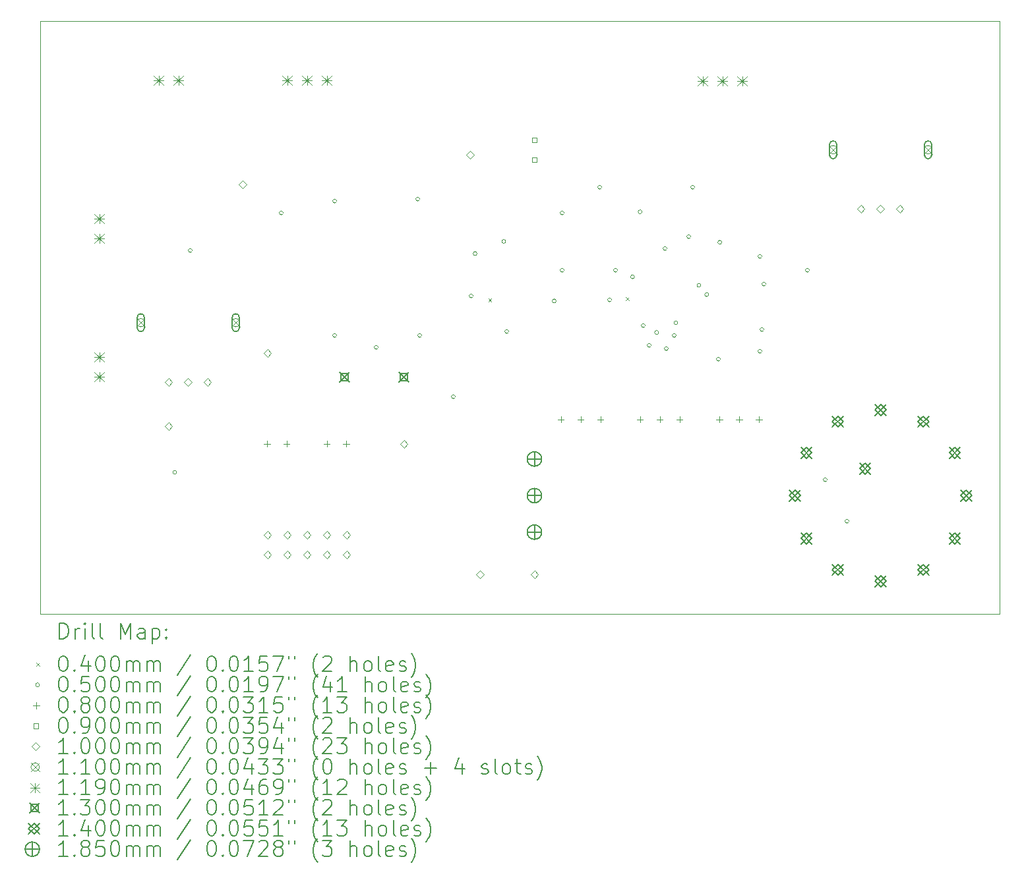
<source format=gbr>
%FSLAX45Y45*%
G04 Gerber Fmt 4.5, Leading zero omitted, Abs format (unit mm)*
G04 Created by KiCad (PCBNEW 6.0.5+dfsg-1~bpo11+1) date 2022-07-21 21:01:22*
%MOMM*%
%LPD*%
G01*
G04 APERTURE LIST*
%TA.AperFunction,Profile*%
%ADD10C,0.100000*%
%TD*%
%ADD11C,0.200000*%
%ADD12C,0.040000*%
%ADD13C,0.050000*%
%ADD14C,0.080000*%
%ADD15C,0.090000*%
%ADD16C,0.100000*%
%ADD17C,0.110000*%
%ADD18C,0.119000*%
%ADD19C,0.130000*%
%ADD20C,0.140000*%
%ADD21C,0.185000*%
G04 APERTURE END LIST*
D10*
X20929600Y-5954280D02*
X8610600Y-5954280D01*
X20929600Y-13574280D02*
X20929600Y-5954280D01*
X8610600Y-13574280D02*
X20929600Y-13574280D01*
X8610600Y-5954280D02*
X8610600Y-13574280D01*
D11*
D12*
X14369100Y-9515680D02*
X14409100Y-9555680D01*
X14409100Y-9515680D02*
X14369100Y-9555680D01*
X16134400Y-9502980D02*
X16174400Y-9542980D01*
X16174400Y-9502980D02*
X16134400Y-9542980D01*
D13*
X10366750Y-11751487D02*
G75*
G03*
X10366750Y-11751487I-25000J0D01*
G01*
X10566000Y-8900680D02*
G75*
G03*
X10566000Y-8900680I-25000J0D01*
G01*
X11734400Y-8418080D02*
G75*
G03*
X11734400Y-8418080I-25000J0D01*
G01*
X12420200Y-8265680D02*
G75*
G03*
X12420200Y-8265680I-25000J0D01*
G01*
X12420200Y-9992880D02*
G75*
G03*
X12420200Y-9992880I-25000J0D01*
G01*
X12953600Y-10145280D02*
G75*
G03*
X12953600Y-10145280I-25000J0D01*
G01*
X13487000Y-8240280D02*
G75*
G03*
X13487000Y-8240280I-25000J0D01*
G01*
X13512400Y-9992880D02*
G75*
G03*
X13512400Y-9992880I-25000J0D01*
G01*
X13944200Y-10780280D02*
G75*
G03*
X13944200Y-10780280I-25000J0D01*
G01*
X14172800Y-9484880D02*
G75*
G03*
X14172800Y-9484880I-25000J0D01*
G01*
X14223600Y-8938780D02*
G75*
G03*
X14223600Y-8938780I-25000J0D01*
G01*
X14591900Y-8783840D02*
G75*
G03*
X14591900Y-8783840I-25000J0D01*
G01*
X14630000Y-9942080D02*
G75*
G03*
X14630000Y-9942080I-25000J0D01*
G01*
X15239600Y-9548380D02*
G75*
G03*
X15239600Y-9548380I-25000J0D01*
G01*
X15341200Y-8418080D02*
G75*
G03*
X15341200Y-8418080I-25000J0D01*
G01*
X15341200Y-9154680D02*
G75*
G03*
X15341200Y-9154680I-25000J0D01*
G01*
X15823800Y-8087880D02*
G75*
G03*
X15823800Y-8087880I-25000J0D01*
G01*
X15950800Y-9535680D02*
G75*
G03*
X15950800Y-9535680I-25000J0D01*
G01*
X16027000Y-9154680D02*
G75*
G03*
X16027000Y-9154680I-25000J0D01*
G01*
X16244973Y-9238938D02*
G75*
G03*
X16244973Y-9238938I-25000J0D01*
G01*
X16341960Y-8402840D02*
G75*
G03*
X16341960Y-8402840I-25000J0D01*
G01*
X16382600Y-9865880D02*
G75*
G03*
X16382600Y-9865880I-25000J0D01*
G01*
X16458800Y-10119880D02*
G75*
G03*
X16458800Y-10119880I-25000J0D01*
G01*
X16554702Y-9953106D02*
G75*
G03*
X16554702Y-9953106I-25000J0D01*
G01*
X16662000Y-8875280D02*
G75*
G03*
X16662000Y-8875280I-25000J0D01*
G01*
X16678650Y-10161411D02*
G75*
G03*
X16678650Y-10161411I-25000J0D01*
G01*
X16780250Y-9992880D02*
G75*
G03*
X16780250Y-9992880I-25000J0D01*
G01*
X16801700Y-9827780D02*
G75*
G03*
X16801700Y-9827780I-25000J0D01*
G01*
X16966800Y-8722880D02*
G75*
G03*
X16966800Y-8722880I-25000J0D01*
G01*
X17017600Y-8087880D02*
G75*
G03*
X17017600Y-8087880I-25000J0D01*
G01*
X17096340Y-9347720D02*
G75*
G03*
X17096340Y-9347720I-25000J0D01*
G01*
X17197940Y-9467100D02*
G75*
G03*
X17197940Y-9467100I-25000J0D01*
G01*
X17347800Y-10297680D02*
G75*
G03*
X17347800Y-10297680I-25000J0D01*
G01*
X17365580Y-8794000D02*
G75*
G03*
X17365580Y-8794000I-25000J0D01*
G01*
X17881200Y-8976880D02*
G75*
G03*
X17881200Y-8976880I-25000J0D01*
G01*
X17881200Y-10196080D02*
G75*
G03*
X17881200Y-10196080I-25000J0D01*
G01*
X17906600Y-9916680D02*
G75*
G03*
X17906600Y-9916680I-25000J0D01*
G01*
X17932000Y-9332480D02*
G75*
G03*
X17932000Y-9332480I-25000J0D01*
G01*
X18490800Y-9154680D02*
G75*
G03*
X18490800Y-9154680I-25000J0D01*
G01*
X18719400Y-11847080D02*
G75*
G03*
X18719400Y-11847080I-25000J0D01*
G01*
X18998800Y-12380480D02*
G75*
G03*
X18998800Y-12380480I-25000J0D01*
G01*
D14*
X11527980Y-11344800D02*
X11527980Y-11424800D01*
X11487980Y-11384800D02*
X11567980Y-11384800D01*
X11777980Y-11344800D02*
X11777980Y-11424800D01*
X11737980Y-11384800D02*
X11817980Y-11384800D01*
X12293980Y-11344800D02*
X12293980Y-11424800D01*
X12253980Y-11384800D02*
X12333980Y-11384800D01*
X12543980Y-11344800D02*
X12543980Y-11424800D01*
X12503980Y-11384800D02*
X12583980Y-11384800D01*
X15299960Y-11029840D02*
X15299960Y-11109840D01*
X15259960Y-11069840D02*
X15339960Y-11069840D01*
X15553960Y-11029840D02*
X15553960Y-11109840D01*
X15513960Y-11069840D02*
X15593960Y-11069840D01*
X15807960Y-11029840D02*
X15807960Y-11109840D01*
X15767960Y-11069840D02*
X15847960Y-11069840D01*
X16316960Y-11029840D02*
X16316960Y-11109840D01*
X16276960Y-11069840D02*
X16356960Y-11069840D01*
X16570960Y-11029840D02*
X16570960Y-11109840D01*
X16530960Y-11069840D02*
X16610960Y-11069840D01*
X16824960Y-11029840D02*
X16824960Y-11109840D01*
X16784960Y-11069840D02*
X16864960Y-11069840D01*
X17335500Y-11029840D02*
X17335500Y-11109840D01*
X17295500Y-11069840D02*
X17375500Y-11069840D01*
X17589500Y-11029840D02*
X17589500Y-11109840D01*
X17549500Y-11069840D02*
X17629500Y-11069840D01*
X17843500Y-11029840D02*
X17843500Y-11109840D01*
X17803500Y-11069840D02*
X17883500Y-11069840D01*
D15*
X14992420Y-7510100D02*
X14992420Y-7446460D01*
X14928780Y-7446460D01*
X14928780Y-7510100D01*
X14992420Y-7510100D01*
X14992420Y-7764100D02*
X14992420Y-7700460D01*
X14928780Y-7700460D01*
X14928780Y-7764100D01*
X14992420Y-7764100D01*
D16*
X10261600Y-10639780D02*
X10311600Y-10589780D01*
X10261600Y-10539780D01*
X10211600Y-10589780D01*
X10261600Y-10639780D01*
X10261600Y-11211280D02*
X10311600Y-11161280D01*
X10261600Y-11111280D01*
X10211600Y-11161280D01*
X10261600Y-11211280D01*
X10511600Y-10639780D02*
X10561600Y-10589780D01*
X10511600Y-10539780D01*
X10461600Y-10589780D01*
X10511600Y-10639780D01*
X10761600Y-10639780D02*
X10811600Y-10589780D01*
X10761600Y-10539780D01*
X10711600Y-10589780D01*
X10761600Y-10639780D01*
X11214100Y-8099780D02*
X11264100Y-8049780D01*
X11214100Y-7999780D01*
X11164100Y-8049780D01*
X11214100Y-8099780D01*
X11531600Y-10271480D02*
X11581600Y-10221480D01*
X11531600Y-10171480D01*
X11481600Y-10221480D01*
X11531600Y-10271480D01*
X11531600Y-12608280D02*
X11581600Y-12558280D01*
X11531600Y-12508280D01*
X11481600Y-12558280D01*
X11531600Y-12608280D01*
X11531600Y-12862280D02*
X11581600Y-12812280D01*
X11531600Y-12762280D01*
X11481600Y-12812280D01*
X11531600Y-12862280D01*
X11785600Y-12608280D02*
X11835600Y-12558280D01*
X11785600Y-12508280D01*
X11735600Y-12558280D01*
X11785600Y-12608280D01*
X11785600Y-12862280D02*
X11835600Y-12812280D01*
X11785600Y-12762280D01*
X11735600Y-12812280D01*
X11785600Y-12862280D01*
X12039600Y-12608280D02*
X12089600Y-12558280D01*
X12039600Y-12508280D01*
X11989600Y-12558280D01*
X12039600Y-12608280D01*
X12039600Y-12862280D02*
X12089600Y-12812280D01*
X12039600Y-12762280D01*
X11989600Y-12812280D01*
X12039600Y-12862280D01*
X12293600Y-12608280D02*
X12343600Y-12558280D01*
X12293600Y-12508280D01*
X12243600Y-12558280D01*
X12293600Y-12608280D01*
X12293600Y-12862280D02*
X12343600Y-12812280D01*
X12293600Y-12762280D01*
X12243600Y-12812280D01*
X12293600Y-12862280D01*
X12547600Y-12608280D02*
X12597600Y-12558280D01*
X12547600Y-12508280D01*
X12497600Y-12558280D01*
X12547600Y-12608280D01*
X12547600Y-12862280D02*
X12597600Y-12812280D01*
X12547600Y-12762280D01*
X12497600Y-12812280D01*
X12547600Y-12862280D01*
X13284200Y-11439880D02*
X13334200Y-11389880D01*
X13284200Y-11339880D01*
X13234200Y-11389880D01*
X13284200Y-11439880D01*
X14135100Y-7718780D02*
X14185100Y-7668780D01*
X14135100Y-7618780D01*
X14085100Y-7668780D01*
X14135100Y-7718780D01*
X14262100Y-13116280D02*
X14312100Y-13066280D01*
X14262100Y-13016280D01*
X14212100Y-13066280D01*
X14262100Y-13116280D01*
X14960600Y-13116280D02*
X15010600Y-13066280D01*
X14960600Y-13016280D01*
X14910600Y-13066280D01*
X14960600Y-13116280D01*
X19151600Y-8417280D02*
X19201600Y-8367280D01*
X19151600Y-8317280D01*
X19101600Y-8367280D01*
X19151600Y-8417280D01*
X19401600Y-8417280D02*
X19451600Y-8367280D01*
X19401600Y-8317280D01*
X19351600Y-8367280D01*
X19401600Y-8417280D01*
X19651600Y-8417280D02*
X19701600Y-8367280D01*
X19651600Y-8317280D01*
X19601600Y-8367280D01*
X19651600Y-8417280D01*
D17*
X9851000Y-9772780D02*
X9961000Y-9882780D01*
X9961000Y-9772780D02*
X9851000Y-9882780D01*
X9961000Y-9827780D02*
G75*
G03*
X9961000Y-9827780I-55000J0D01*
G01*
D11*
X9951000Y-9897780D02*
X9951000Y-9757780D01*
X9861000Y-9897780D02*
X9861000Y-9757780D01*
X9951000Y-9757780D02*
G75*
G03*
X9861000Y-9757780I-45000J0D01*
G01*
X9861000Y-9897780D02*
G75*
G03*
X9951000Y-9897780I45000J0D01*
G01*
D17*
X11070200Y-9772780D02*
X11180200Y-9882780D01*
X11180200Y-9772780D02*
X11070200Y-9882780D01*
X11180200Y-9827780D02*
G75*
G03*
X11180200Y-9827780I-55000J0D01*
G01*
D11*
X11170200Y-9897780D02*
X11170200Y-9757780D01*
X11080200Y-9897780D02*
X11080200Y-9757780D01*
X11170200Y-9757780D02*
G75*
G03*
X11080200Y-9757780I-45000J0D01*
G01*
X11080200Y-9897780D02*
G75*
G03*
X11170200Y-9897780I45000J0D01*
G01*
D17*
X18741000Y-7550280D02*
X18851000Y-7660280D01*
X18851000Y-7550280D02*
X18741000Y-7660280D01*
X18851000Y-7605280D02*
G75*
G03*
X18851000Y-7605280I-55000J0D01*
G01*
D11*
X18841000Y-7675280D02*
X18841000Y-7535280D01*
X18751000Y-7675280D02*
X18751000Y-7535280D01*
X18841000Y-7535280D02*
G75*
G03*
X18751000Y-7535280I-45000J0D01*
G01*
X18751000Y-7675280D02*
G75*
G03*
X18841000Y-7675280I45000J0D01*
G01*
D17*
X19960200Y-7550280D02*
X20070200Y-7660280D01*
X20070200Y-7550280D02*
X19960200Y-7660280D01*
X20070200Y-7605280D02*
G75*
G03*
X20070200Y-7605280I-55000J0D01*
G01*
D11*
X20060200Y-7675280D02*
X20060200Y-7535280D01*
X19970200Y-7675280D02*
X19970200Y-7535280D01*
X20060200Y-7535280D02*
G75*
G03*
X19970200Y-7535280I-45000J0D01*
G01*
X19970200Y-7675280D02*
G75*
G03*
X20060200Y-7675280I45000J0D01*
G01*
D18*
X9313100Y-8434780D02*
X9432100Y-8553780D01*
X9432100Y-8434780D02*
X9313100Y-8553780D01*
X9372600Y-8434780D02*
X9372600Y-8553780D01*
X9313100Y-8494280D02*
X9432100Y-8494280D01*
X9313100Y-8688780D02*
X9432100Y-8807780D01*
X9432100Y-8688780D02*
X9313100Y-8807780D01*
X9372600Y-8688780D02*
X9372600Y-8807780D01*
X9313100Y-8748280D02*
X9432100Y-8748280D01*
X9313100Y-10212780D02*
X9432100Y-10331780D01*
X9432100Y-10212780D02*
X9313100Y-10331780D01*
X9372600Y-10212780D02*
X9372600Y-10331780D01*
X9313100Y-10272280D02*
X9432100Y-10272280D01*
X9313100Y-10466780D02*
X9432100Y-10585780D01*
X9432100Y-10466780D02*
X9313100Y-10585780D01*
X9372600Y-10466780D02*
X9372600Y-10585780D01*
X9313100Y-10526280D02*
X9432100Y-10526280D01*
X10075100Y-6656780D02*
X10194100Y-6775780D01*
X10194100Y-6656780D02*
X10075100Y-6775780D01*
X10134600Y-6656780D02*
X10134600Y-6775780D01*
X10075100Y-6716280D02*
X10194100Y-6716280D01*
X10329100Y-6656780D02*
X10448100Y-6775780D01*
X10448100Y-6656780D02*
X10329100Y-6775780D01*
X10388600Y-6656780D02*
X10388600Y-6775780D01*
X10329100Y-6716280D02*
X10448100Y-6716280D01*
X11726100Y-6656780D02*
X11845100Y-6775780D01*
X11845100Y-6656780D02*
X11726100Y-6775780D01*
X11785600Y-6656780D02*
X11785600Y-6775780D01*
X11726100Y-6716280D02*
X11845100Y-6716280D01*
X11980100Y-6656780D02*
X12099100Y-6775780D01*
X12099100Y-6656780D02*
X11980100Y-6775780D01*
X12039600Y-6656780D02*
X12039600Y-6775780D01*
X11980100Y-6716280D02*
X12099100Y-6716280D01*
X12234100Y-6656780D02*
X12353100Y-6775780D01*
X12353100Y-6656780D02*
X12234100Y-6775780D01*
X12293600Y-6656780D02*
X12293600Y-6775780D01*
X12234100Y-6716280D02*
X12353100Y-6716280D01*
X17060100Y-6658780D02*
X17179100Y-6777780D01*
X17179100Y-6658780D02*
X17060100Y-6777780D01*
X17119600Y-6658780D02*
X17119600Y-6777780D01*
X17060100Y-6718280D02*
X17179100Y-6718280D01*
X17314100Y-6658780D02*
X17433100Y-6777780D01*
X17433100Y-6658780D02*
X17314100Y-6777780D01*
X17373600Y-6658780D02*
X17373600Y-6777780D01*
X17314100Y-6718280D02*
X17433100Y-6718280D01*
X17568100Y-6658780D02*
X17687100Y-6777780D01*
X17687100Y-6658780D02*
X17568100Y-6777780D01*
X17627600Y-6658780D02*
X17627600Y-6777780D01*
X17568100Y-6718280D02*
X17687100Y-6718280D01*
D19*
X12457200Y-10461280D02*
X12587200Y-10591280D01*
X12587200Y-10461280D02*
X12457200Y-10591280D01*
X12568162Y-10572242D02*
X12568162Y-10480318D01*
X12476238Y-10480318D01*
X12476238Y-10572242D01*
X12568162Y-10572242D01*
X13219200Y-10461280D02*
X13349200Y-10591280D01*
X13349200Y-10461280D02*
X13219200Y-10591280D01*
X13330162Y-10572242D02*
X13330162Y-10480318D01*
X13238238Y-10480318D01*
X13238238Y-10572242D01*
X13330162Y-10572242D01*
D20*
X18235600Y-11980280D02*
X18375600Y-12120280D01*
X18375600Y-11980280D02*
X18235600Y-12120280D01*
X18305600Y-12120280D02*
X18375600Y-12050280D01*
X18305600Y-11980280D01*
X18235600Y-12050280D01*
X18305600Y-12120280D01*
X18382972Y-11430280D02*
X18522972Y-11570280D01*
X18522972Y-11430280D02*
X18382972Y-11570280D01*
X18452972Y-11570280D02*
X18522972Y-11500280D01*
X18452972Y-11430280D01*
X18382972Y-11500280D01*
X18452972Y-11570280D01*
X18382972Y-12530280D02*
X18522972Y-12670280D01*
X18522972Y-12530280D02*
X18382972Y-12670280D01*
X18452972Y-12670280D02*
X18522972Y-12600280D01*
X18452972Y-12530280D01*
X18382972Y-12600280D01*
X18452972Y-12670280D01*
X18785600Y-11027652D02*
X18925600Y-11167652D01*
X18925600Y-11027652D02*
X18785600Y-11167652D01*
X18855600Y-11167652D02*
X18925600Y-11097652D01*
X18855600Y-11027652D01*
X18785600Y-11097652D01*
X18855600Y-11167652D01*
X18785600Y-12932908D02*
X18925600Y-13072908D01*
X18925600Y-12932908D02*
X18785600Y-13072908D01*
X18855600Y-13072908D02*
X18925600Y-13002908D01*
X18855600Y-12932908D01*
X18785600Y-13002908D01*
X18855600Y-13072908D01*
X19135600Y-11633870D02*
X19275600Y-11773870D01*
X19275600Y-11633870D02*
X19135600Y-11773870D01*
X19205600Y-11773870D02*
X19275600Y-11703870D01*
X19205600Y-11633870D01*
X19135600Y-11703870D01*
X19205600Y-11773870D01*
X19335600Y-10880280D02*
X19475600Y-11020280D01*
X19475600Y-10880280D02*
X19335600Y-11020280D01*
X19405600Y-11020280D02*
X19475600Y-10950280D01*
X19405600Y-10880280D01*
X19335600Y-10950280D01*
X19405600Y-11020280D01*
X19335600Y-13080280D02*
X19475600Y-13220280D01*
X19475600Y-13080280D02*
X19335600Y-13220280D01*
X19405600Y-13220280D02*
X19475600Y-13150280D01*
X19405600Y-13080280D01*
X19335600Y-13150280D01*
X19405600Y-13220280D01*
X19885600Y-11027652D02*
X20025600Y-11167652D01*
X20025600Y-11027652D02*
X19885600Y-11167652D01*
X19955600Y-11167652D02*
X20025600Y-11097652D01*
X19955600Y-11027652D01*
X19885600Y-11097652D01*
X19955600Y-11167652D01*
X19885600Y-12932908D02*
X20025600Y-13072908D01*
X20025600Y-12932908D02*
X19885600Y-13072908D01*
X19955600Y-13072908D02*
X20025600Y-13002908D01*
X19955600Y-12932908D01*
X19885600Y-13002908D01*
X19955600Y-13072908D01*
X20288228Y-11430280D02*
X20428228Y-11570280D01*
X20428228Y-11430280D02*
X20288228Y-11570280D01*
X20358228Y-11570280D02*
X20428228Y-11500280D01*
X20358228Y-11430280D01*
X20288228Y-11500280D01*
X20358228Y-11570280D01*
X20288228Y-12530280D02*
X20428228Y-12670280D01*
X20428228Y-12530280D02*
X20288228Y-12670280D01*
X20358228Y-12670280D02*
X20428228Y-12600280D01*
X20358228Y-12530280D01*
X20288228Y-12600280D01*
X20358228Y-12670280D01*
X20435600Y-11980280D02*
X20575600Y-12120280D01*
X20575600Y-11980280D02*
X20435600Y-12120280D01*
X20505600Y-12120280D02*
X20575600Y-12050280D01*
X20505600Y-11980280D01*
X20435600Y-12050280D01*
X20505600Y-12120280D01*
D21*
X14960600Y-11487780D02*
X14960600Y-11672780D01*
X14868100Y-11580280D02*
X15053100Y-11580280D01*
X15053100Y-11580280D02*
G75*
G03*
X15053100Y-11580280I-92500J0D01*
G01*
X14960600Y-11957780D02*
X14960600Y-12142780D01*
X14868100Y-12050280D02*
X15053100Y-12050280D01*
X15053100Y-12050280D02*
G75*
G03*
X15053100Y-12050280I-92500J0D01*
G01*
X14960600Y-12427780D02*
X14960600Y-12612780D01*
X14868100Y-12520280D02*
X15053100Y-12520280D01*
X15053100Y-12520280D02*
G75*
G03*
X15053100Y-12520280I-92500J0D01*
G01*
D11*
X8863219Y-13889756D02*
X8863219Y-13689756D01*
X8910838Y-13689756D01*
X8939410Y-13699280D01*
X8958457Y-13718328D01*
X8967981Y-13737375D01*
X8977505Y-13775470D01*
X8977505Y-13804042D01*
X8967981Y-13842137D01*
X8958457Y-13861185D01*
X8939410Y-13880232D01*
X8910838Y-13889756D01*
X8863219Y-13889756D01*
X9063219Y-13889756D02*
X9063219Y-13756423D01*
X9063219Y-13794518D02*
X9072743Y-13775470D01*
X9082267Y-13765947D01*
X9101314Y-13756423D01*
X9120362Y-13756423D01*
X9187029Y-13889756D02*
X9187029Y-13756423D01*
X9187029Y-13689756D02*
X9177505Y-13699280D01*
X9187029Y-13708804D01*
X9196552Y-13699280D01*
X9187029Y-13689756D01*
X9187029Y-13708804D01*
X9310838Y-13889756D02*
X9291790Y-13880232D01*
X9282267Y-13861185D01*
X9282267Y-13689756D01*
X9415600Y-13889756D02*
X9396552Y-13880232D01*
X9387029Y-13861185D01*
X9387029Y-13689756D01*
X9644171Y-13889756D02*
X9644171Y-13689756D01*
X9710838Y-13832613D01*
X9777505Y-13689756D01*
X9777505Y-13889756D01*
X9958457Y-13889756D02*
X9958457Y-13784994D01*
X9948933Y-13765947D01*
X9929886Y-13756423D01*
X9891790Y-13756423D01*
X9872743Y-13765947D01*
X9958457Y-13880232D02*
X9939410Y-13889756D01*
X9891790Y-13889756D01*
X9872743Y-13880232D01*
X9863219Y-13861185D01*
X9863219Y-13842137D01*
X9872743Y-13823089D01*
X9891790Y-13813566D01*
X9939410Y-13813566D01*
X9958457Y-13804042D01*
X10053695Y-13756423D02*
X10053695Y-13956423D01*
X10053695Y-13765947D02*
X10072743Y-13756423D01*
X10110838Y-13756423D01*
X10129886Y-13765947D01*
X10139410Y-13775470D01*
X10148933Y-13794518D01*
X10148933Y-13851661D01*
X10139410Y-13870708D01*
X10129886Y-13880232D01*
X10110838Y-13889756D01*
X10072743Y-13889756D01*
X10053695Y-13880232D01*
X10234648Y-13870708D02*
X10244171Y-13880232D01*
X10234648Y-13889756D01*
X10225124Y-13880232D01*
X10234648Y-13870708D01*
X10234648Y-13889756D01*
X10234648Y-13765947D02*
X10244171Y-13775470D01*
X10234648Y-13784994D01*
X10225124Y-13775470D01*
X10234648Y-13765947D01*
X10234648Y-13784994D01*
D12*
X8565600Y-14199280D02*
X8605600Y-14239280D01*
X8605600Y-14199280D02*
X8565600Y-14239280D01*
D11*
X8901314Y-14109756D02*
X8920362Y-14109756D01*
X8939410Y-14119280D01*
X8948933Y-14128804D01*
X8958457Y-14147851D01*
X8967981Y-14185947D01*
X8967981Y-14233566D01*
X8958457Y-14271661D01*
X8948933Y-14290708D01*
X8939410Y-14300232D01*
X8920362Y-14309756D01*
X8901314Y-14309756D01*
X8882267Y-14300232D01*
X8872743Y-14290708D01*
X8863219Y-14271661D01*
X8853695Y-14233566D01*
X8853695Y-14185947D01*
X8863219Y-14147851D01*
X8872743Y-14128804D01*
X8882267Y-14119280D01*
X8901314Y-14109756D01*
X9053695Y-14290708D02*
X9063219Y-14300232D01*
X9053695Y-14309756D01*
X9044171Y-14300232D01*
X9053695Y-14290708D01*
X9053695Y-14309756D01*
X9234648Y-14176423D02*
X9234648Y-14309756D01*
X9187029Y-14100232D02*
X9139410Y-14243089D01*
X9263219Y-14243089D01*
X9377505Y-14109756D02*
X9396552Y-14109756D01*
X9415600Y-14119280D01*
X9425124Y-14128804D01*
X9434648Y-14147851D01*
X9444171Y-14185947D01*
X9444171Y-14233566D01*
X9434648Y-14271661D01*
X9425124Y-14290708D01*
X9415600Y-14300232D01*
X9396552Y-14309756D01*
X9377505Y-14309756D01*
X9358457Y-14300232D01*
X9348933Y-14290708D01*
X9339410Y-14271661D01*
X9329886Y-14233566D01*
X9329886Y-14185947D01*
X9339410Y-14147851D01*
X9348933Y-14128804D01*
X9358457Y-14119280D01*
X9377505Y-14109756D01*
X9567981Y-14109756D02*
X9587029Y-14109756D01*
X9606076Y-14119280D01*
X9615600Y-14128804D01*
X9625124Y-14147851D01*
X9634648Y-14185947D01*
X9634648Y-14233566D01*
X9625124Y-14271661D01*
X9615600Y-14290708D01*
X9606076Y-14300232D01*
X9587029Y-14309756D01*
X9567981Y-14309756D01*
X9548933Y-14300232D01*
X9539410Y-14290708D01*
X9529886Y-14271661D01*
X9520362Y-14233566D01*
X9520362Y-14185947D01*
X9529886Y-14147851D01*
X9539410Y-14128804D01*
X9548933Y-14119280D01*
X9567981Y-14109756D01*
X9720362Y-14309756D02*
X9720362Y-14176423D01*
X9720362Y-14195470D02*
X9729886Y-14185947D01*
X9748933Y-14176423D01*
X9777505Y-14176423D01*
X9796552Y-14185947D01*
X9806076Y-14204994D01*
X9806076Y-14309756D01*
X9806076Y-14204994D02*
X9815600Y-14185947D01*
X9834648Y-14176423D01*
X9863219Y-14176423D01*
X9882267Y-14185947D01*
X9891790Y-14204994D01*
X9891790Y-14309756D01*
X9987029Y-14309756D02*
X9987029Y-14176423D01*
X9987029Y-14195470D02*
X9996552Y-14185947D01*
X10015600Y-14176423D01*
X10044171Y-14176423D01*
X10063219Y-14185947D01*
X10072743Y-14204994D01*
X10072743Y-14309756D01*
X10072743Y-14204994D02*
X10082267Y-14185947D01*
X10101314Y-14176423D01*
X10129886Y-14176423D01*
X10148933Y-14185947D01*
X10158457Y-14204994D01*
X10158457Y-14309756D01*
X10548933Y-14100232D02*
X10377505Y-14357375D01*
X10806076Y-14109756D02*
X10825124Y-14109756D01*
X10844171Y-14119280D01*
X10853695Y-14128804D01*
X10863219Y-14147851D01*
X10872743Y-14185947D01*
X10872743Y-14233566D01*
X10863219Y-14271661D01*
X10853695Y-14290708D01*
X10844171Y-14300232D01*
X10825124Y-14309756D01*
X10806076Y-14309756D01*
X10787029Y-14300232D01*
X10777505Y-14290708D01*
X10767981Y-14271661D01*
X10758457Y-14233566D01*
X10758457Y-14185947D01*
X10767981Y-14147851D01*
X10777505Y-14128804D01*
X10787029Y-14119280D01*
X10806076Y-14109756D01*
X10958457Y-14290708D02*
X10967981Y-14300232D01*
X10958457Y-14309756D01*
X10948933Y-14300232D01*
X10958457Y-14290708D01*
X10958457Y-14309756D01*
X11091790Y-14109756D02*
X11110838Y-14109756D01*
X11129886Y-14119280D01*
X11139410Y-14128804D01*
X11148933Y-14147851D01*
X11158457Y-14185947D01*
X11158457Y-14233566D01*
X11148933Y-14271661D01*
X11139410Y-14290708D01*
X11129886Y-14300232D01*
X11110838Y-14309756D01*
X11091790Y-14309756D01*
X11072743Y-14300232D01*
X11063219Y-14290708D01*
X11053695Y-14271661D01*
X11044171Y-14233566D01*
X11044171Y-14185947D01*
X11053695Y-14147851D01*
X11063219Y-14128804D01*
X11072743Y-14119280D01*
X11091790Y-14109756D01*
X11348933Y-14309756D02*
X11234648Y-14309756D01*
X11291790Y-14309756D02*
X11291790Y-14109756D01*
X11272743Y-14138328D01*
X11253695Y-14157375D01*
X11234648Y-14166899D01*
X11529886Y-14109756D02*
X11434648Y-14109756D01*
X11425124Y-14204994D01*
X11434648Y-14195470D01*
X11453695Y-14185947D01*
X11501314Y-14185947D01*
X11520362Y-14195470D01*
X11529886Y-14204994D01*
X11539409Y-14224042D01*
X11539409Y-14271661D01*
X11529886Y-14290708D01*
X11520362Y-14300232D01*
X11501314Y-14309756D01*
X11453695Y-14309756D01*
X11434648Y-14300232D01*
X11425124Y-14290708D01*
X11606076Y-14109756D02*
X11739409Y-14109756D01*
X11653695Y-14309756D01*
X11806076Y-14109756D02*
X11806076Y-14147851D01*
X11882267Y-14109756D02*
X11882267Y-14147851D01*
X12177505Y-14385947D02*
X12167981Y-14376423D01*
X12148933Y-14347851D01*
X12139409Y-14328804D01*
X12129886Y-14300232D01*
X12120362Y-14252613D01*
X12120362Y-14214518D01*
X12129886Y-14166899D01*
X12139409Y-14138328D01*
X12148933Y-14119280D01*
X12167981Y-14090708D01*
X12177505Y-14081185D01*
X12244171Y-14128804D02*
X12253695Y-14119280D01*
X12272743Y-14109756D01*
X12320362Y-14109756D01*
X12339409Y-14119280D01*
X12348933Y-14128804D01*
X12358457Y-14147851D01*
X12358457Y-14166899D01*
X12348933Y-14195470D01*
X12234648Y-14309756D01*
X12358457Y-14309756D01*
X12596552Y-14309756D02*
X12596552Y-14109756D01*
X12682267Y-14309756D02*
X12682267Y-14204994D01*
X12672743Y-14185947D01*
X12653695Y-14176423D01*
X12625124Y-14176423D01*
X12606076Y-14185947D01*
X12596552Y-14195470D01*
X12806076Y-14309756D02*
X12787028Y-14300232D01*
X12777505Y-14290708D01*
X12767981Y-14271661D01*
X12767981Y-14214518D01*
X12777505Y-14195470D01*
X12787028Y-14185947D01*
X12806076Y-14176423D01*
X12834648Y-14176423D01*
X12853695Y-14185947D01*
X12863219Y-14195470D01*
X12872743Y-14214518D01*
X12872743Y-14271661D01*
X12863219Y-14290708D01*
X12853695Y-14300232D01*
X12834648Y-14309756D01*
X12806076Y-14309756D01*
X12987028Y-14309756D02*
X12967981Y-14300232D01*
X12958457Y-14281185D01*
X12958457Y-14109756D01*
X13139409Y-14300232D02*
X13120362Y-14309756D01*
X13082267Y-14309756D01*
X13063219Y-14300232D01*
X13053695Y-14281185D01*
X13053695Y-14204994D01*
X13063219Y-14185947D01*
X13082267Y-14176423D01*
X13120362Y-14176423D01*
X13139409Y-14185947D01*
X13148933Y-14204994D01*
X13148933Y-14224042D01*
X13053695Y-14243089D01*
X13225124Y-14300232D02*
X13244171Y-14309756D01*
X13282267Y-14309756D01*
X13301314Y-14300232D01*
X13310838Y-14281185D01*
X13310838Y-14271661D01*
X13301314Y-14252613D01*
X13282267Y-14243089D01*
X13253695Y-14243089D01*
X13234648Y-14233566D01*
X13225124Y-14214518D01*
X13225124Y-14204994D01*
X13234648Y-14185947D01*
X13253695Y-14176423D01*
X13282267Y-14176423D01*
X13301314Y-14185947D01*
X13377505Y-14385947D02*
X13387028Y-14376423D01*
X13406076Y-14347851D01*
X13415600Y-14328804D01*
X13425124Y-14300232D01*
X13434648Y-14252613D01*
X13434648Y-14214518D01*
X13425124Y-14166899D01*
X13415600Y-14138328D01*
X13406076Y-14119280D01*
X13387028Y-14090708D01*
X13377505Y-14081185D01*
D13*
X8605600Y-14483280D02*
G75*
G03*
X8605600Y-14483280I-25000J0D01*
G01*
D11*
X8901314Y-14373756D02*
X8920362Y-14373756D01*
X8939410Y-14383280D01*
X8948933Y-14392804D01*
X8958457Y-14411851D01*
X8967981Y-14449947D01*
X8967981Y-14497566D01*
X8958457Y-14535661D01*
X8948933Y-14554708D01*
X8939410Y-14564232D01*
X8920362Y-14573756D01*
X8901314Y-14573756D01*
X8882267Y-14564232D01*
X8872743Y-14554708D01*
X8863219Y-14535661D01*
X8853695Y-14497566D01*
X8853695Y-14449947D01*
X8863219Y-14411851D01*
X8872743Y-14392804D01*
X8882267Y-14383280D01*
X8901314Y-14373756D01*
X9053695Y-14554708D02*
X9063219Y-14564232D01*
X9053695Y-14573756D01*
X9044171Y-14564232D01*
X9053695Y-14554708D01*
X9053695Y-14573756D01*
X9244171Y-14373756D02*
X9148933Y-14373756D01*
X9139410Y-14468994D01*
X9148933Y-14459470D01*
X9167981Y-14449947D01*
X9215600Y-14449947D01*
X9234648Y-14459470D01*
X9244171Y-14468994D01*
X9253695Y-14488042D01*
X9253695Y-14535661D01*
X9244171Y-14554708D01*
X9234648Y-14564232D01*
X9215600Y-14573756D01*
X9167981Y-14573756D01*
X9148933Y-14564232D01*
X9139410Y-14554708D01*
X9377505Y-14373756D02*
X9396552Y-14373756D01*
X9415600Y-14383280D01*
X9425124Y-14392804D01*
X9434648Y-14411851D01*
X9444171Y-14449947D01*
X9444171Y-14497566D01*
X9434648Y-14535661D01*
X9425124Y-14554708D01*
X9415600Y-14564232D01*
X9396552Y-14573756D01*
X9377505Y-14573756D01*
X9358457Y-14564232D01*
X9348933Y-14554708D01*
X9339410Y-14535661D01*
X9329886Y-14497566D01*
X9329886Y-14449947D01*
X9339410Y-14411851D01*
X9348933Y-14392804D01*
X9358457Y-14383280D01*
X9377505Y-14373756D01*
X9567981Y-14373756D02*
X9587029Y-14373756D01*
X9606076Y-14383280D01*
X9615600Y-14392804D01*
X9625124Y-14411851D01*
X9634648Y-14449947D01*
X9634648Y-14497566D01*
X9625124Y-14535661D01*
X9615600Y-14554708D01*
X9606076Y-14564232D01*
X9587029Y-14573756D01*
X9567981Y-14573756D01*
X9548933Y-14564232D01*
X9539410Y-14554708D01*
X9529886Y-14535661D01*
X9520362Y-14497566D01*
X9520362Y-14449947D01*
X9529886Y-14411851D01*
X9539410Y-14392804D01*
X9548933Y-14383280D01*
X9567981Y-14373756D01*
X9720362Y-14573756D02*
X9720362Y-14440423D01*
X9720362Y-14459470D02*
X9729886Y-14449947D01*
X9748933Y-14440423D01*
X9777505Y-14440423D01*
X9796552Y-14449947D01*
X9806076Y-14468994D01*
X9806076Y-14573756D01*
X9806076Y-14468994D02*
X9815600Y-14449947D01*
X9834648Y-14440423D01*
X9863219Y-14440423D01*
X9882267Y-14449947D01*
X9891790Y-14468994D01*
X9891790Y-14573756D01*
X9987029Y-14573756D02*
X9987029Y-14440423D01*
X9987029Y-14459470D02*
X9996552Y-14449947D01*
X10015600Y-14440423D01*
X10044171Y-14440423D01*
X10063219Y-14449947D01*
X10072743Y-14468994D01*
X10072743Y-14573756D01*
X10072743Y-14468994D02*
X10082267Y-14449947D01*
X10101314Y-14440423D01*
X10129886Y-14440423D01*
X10148933Y-14449947D01*
X10158457Y-14468994D01*
X10158457Y-14573756D01*
X10548933Y-14364232D02*
X10377505Y-14621375D01*
X10806076Y-14373756D02*
X10825124Y-14373756D01*
X10844171Y-14383280D01*
X10853695Y-14392804D01*
X10863219Y-14411851D01*
X10872743Y-14449947D01*
X10872743Y-14497566D01*
X10863219Y-14535661D01*
X10853695Y-14554708D01*
X10844171Y-14564232D01*
X10825124Y-14573756D01*
X10806076Y-14573756D01*
X10787029Y-14564232D01*
X10777505Y-14554708D01*
X10767981Y-14535661D01*
X10758457Y-14497566D01*
X10758457Y-14449947D01*
X10767981Y-14411851D01*
X10777505Y-14392804D01*
X10787029Y-14383280D01*
X10806076Y-14373756D01*
X10958457Y-14554708D02*
X10967981Y-14564232D01*
X10958457Y-14573756D01*
X10948933Y-14564232D01*
X10958457Y-14554708D01*
X10958457Y-14573756D01*
X11091790Y-14373756D02*
X11110838Y-14373756D01*
X11129886Y-14383280D01*
X11139410Y-14392804D01*
X11148933Y-14411851D01*
X11158457Y-14449947D01*
X11158457Y-14497566D01*
X11148933Y-14535661D01*
X11139410Y-14554708D01*
X11129886Y-14564232D01*
X11110838Y-14573756D01*
X11091790Y-14573756D01*
X11072743Y-14564232D01*
X11063219Y-14554708D01*
X11053695Y-14535661D01*
X11044171Y-14497566D01*
X11044171Y-14449947D01*
X11053695Y-14411851D01*
X11063219Y-14392804D01*
X11072743Y-14383280D01*
X11091790Y-14373756D01*
X11348933Y-14573756D02*
X11234648Y-14573756D01*
X11291790Y-14573756D02*
X11291790Y-14373756D01*
X11272743Y-14402328D01*
X11253695Y-14421375D01*
X11234648Y-14430899D01*
X11444171Y-14573756D02*
X11482267Y-14573756D01*
X11501314Y-14564232D01*
X11510838Y-14554708D01*
X11529886Y-14526137D01*
X11539409Y-14488042D01*
X11539409Y-14411851D01*
X11529886Y-14392804D01*
X11520362Y-14383280D01*
X11501314Y-14373756D01*
X11463219Y-14373756D01*
X11444171Y-14383280D01*
X11434648Y-14392804D01*
X11425124Y-14411851D01*
X11425124Y-14459470D01*
X11434648Y-14478518D01*
X11444171Y-14488042D01*
X11463219Y-14497566D01*
X11501314Y-14497566D01*
X11520362Y-14488042D01*
X11529886Y-14478518D01*
X11539409Y-14459470D01*
X11606076Y-14373756D02*
X11739409Y-14373756D01*
X11653695Y-14573756D01*
X11806076Y-14373756D02*
X11806076Y-14411851D01*
X11882267Y-14373756D02*
X11882267Y-14411851D01*
X12177505Y-14649947D02*
X12167981Y-14640423D01*
X12148933Y-14611851D01*
X12139409Y-14592804D01*
X12129886Y-14564232D01*
X12120362Y-14516613D01*
X12120362Y-14478518D01*
X12129886Y-14430899D01*
X12139409Y-14402328D01*
X12148933Y-14383280D01*
X12167981Y-14354708D01*
X12177505Y-14345185D01*
X12339409Y-14440423D02*
X12339409Y-14573756D01*
X12291790Y-14364232D02*
X12244171Y-14507089D01*
X12367981Y-14507089D01*
X12548933Y-14573756D02*
X12434648Y-14573756D01*
X12491790Y-14573756D02*
X12491790Y-14373756D01*
X12472743Y-14402328D01*
X12453695Y-14421375D01*
X12434648Y-14430899D01*
X12787028Y-14573756D02*
X12787028Y-14373756D01*
X12872743Y-14573756D02*
X12872743Y-14468994D01*
X12863219Y-14449947D01*
X12844171Y-14440423D01*
X12815600Y-14440423D01*
X12796552Y-14449947D01*
X12787028Y-14459470D01*
X12996552Y-14573756D02*
X12977505Y-14564232D01*
X12967981Y-14554708D01*
X12958457Y-14535661D01*
X12958457Y-14478518D01*
X12967981Y-14459470D01*
X12977505Y-14449947D01*
X12996552Y-14440423D01*
X13025124Y-14440423D01*
X13044171Y-14449947D01*
X13053695Y-14459470D01*
X13063219Y-14478518D01*
X13063219Y-14535661D01*
X13053695Y-14554708D01*
X13044171Y-14564232D01*
X13025124Y-14573756D01*
X12996552Y-14573756D01*
X13177505Y-14573756D02*
X13158457Y-14564232D01*
X13148933Y-14545185D01*
X13148933Y-14373756D01*
X13329886Y-14564232D02*
X13310838Y-14573756D01*
X13272743Y-14573756D01*
X13253695Y-14564232D01*
X13244171Y-14545185D01*
X13244171Y-14468994D01*
X13253695Y-14449947D01*
X13272743Y-14440423D01*
X13310838Y-14440423D01*
X13329886Y-14449947D01*
X13339409Y-14468994D01*
X13339409Y-14488042D01*
X13244171Y-14507089D01*
X13415600Y-14564232D02*
X13434648Y-14573756D01*
X13472743Y-14573756D01*
X13491790Y-14564232D01*
X13501314Y-14545185D01*
X13501314Y-14535661D01*
X13491790Y-14516613D01*
X13472743Y-14507089D01*
X13444171Y-14507089D01*
X13425124Y-14497566D01*
X13415600Y-14478518D01*
X13415600Y-14468994D01*
X13425124Y-14449947D01*
X13444171Y-14440423D01*
X13472743Y-14440423D01*
X13491790Y-14449947D01*
X13567981Y-14649947D02*
X13577505Y-14640423D01*
X13596552Y-14611851D01*
X13606076Y-14592804D01*
X13615600Y-14564232D01*
X13625124Y-14516613D01*
X13625124Y-14478518D01*
X13615600Y-14430899D01*
X13606076Y-14402328D01*
X13596552Y-14383280D01*
X13577505Y-14354708D01*
X13567981Y-14345185D01*
D14*
X8565600Y-14707280D02*
X8565600Y-14787280D01*
X8525600Y-14747280D02*
X8605600Y-14747280D01*
D11*
X8901314Y-14637756D02*
X8920362Y-14637756D01*
X8939410Y-14647280D01*
X8948933Y-14656804D01*
X8958457Y-14675851D01*
X8967981Y-14713947D01*
X8967981Y-14761566D01*
X8958457Y-14799661D01*
X8948933Y-14818708D01*
X8939410Y-14828232D01*
X8920362Y-14837756D01*
X8901314Y-14837756D01*
X8882267Y-14828232D01*
X8872743Y-14818708D01*
X8863219Y-14799661D01*
X8853695Y-14761566D01*
X8853695Y-14713947D01*
X8863219Y-14675851D01*
X8872743Y-14656804D01*
X8882267Y-14647280D01*
X8901314Y-14637756D01*
X9053695Y-14818708D02*
X9063219Y-14828232D01*
X9053695Y-14837756D01*
X9044171Y-14828232D01*
X9053695Y-14818708D01*
X9053695Y-14837756D01*
X9177505Y-14723470D02*
X9158457Y-14713947D01*
X9148933Y-14704423D01*
X9139410Y-14685375D01*
X9139410Y-14675851D01*
X9148933Y-14656804D01*
X9158457Y-14647280D01*
X9177505Y-14637756D01*
X9215600Y-14637756D01*
X9234648Y-14647280D01*
X9244171Y-14656804D01*
X9253695Y-14675851D01*
X9253695Y-14685375D01*
X9244171Y-14704423D01*
X9234648Y-14713947D01*
X9215600Y-14723470D01*
X9177505Y-14723470D01*
X9158457Y-14732994D01*
X9148933Y-14742518D01*
X9139410Y-14761566D01*
X9139410Y-14799661D01*
X9148933Y-14818708D01*
X9158457Y-14828232D01*
X9177505Y-14837756D01*
X9215600Y-14837756D01*
X9234648Y-14828232D01*
X9244171Y-14818708D01*
X9253695Y-14799661D01*
X9253695Y-14761566D01*
X9244171Y-14742518D01*
X9234648Y-14732994D01*
X9215600Y-14723470D01*
X9377505Y-14637756D02*
X9396552Y-14637756D01*
X9415600Y-14647280D01*
X9425124Y-14656804D01*
X9434648Y-14675851D01*
X9444171Y-14713947D01*
X9444171Y-14761566D01*
X9434648Y-14799661D01*
X9425124Y-14818708D01*
X9415600Y-14828232D01*
X9396552Y-14837756D01*
X9377505Y-14837756D01*
X9358457Y-14828232D01*
X9348933Y-14818708D01*
X9339410Y-14799661D01*
X9329886Y-14761566D01*
X9329886Y-14713947D01*
X9339410Y-14675851D01*
X9348933Y-14656804D01*
X9358457Y-14647280D01*
X9377505Y-14637756D01*
X9567981Y-14637756D02*
X9587029Y-14637756D01*
X9606076Y-14647280D01*
X9615600Y-14656804D01*
X9625124Y-14675851D01*
X9634648Y-14713947D01*
X9634648Y-14761566D01*
X9625124Y-14799661D01*
X9615600Y-14818708D01*
X9606076Y-14828232D01*
X9587029Y-14837756D01*
X9567981Y-14837756D01*
X9548933Y-14828232D01*
X9539410Y-14818708D01*
X9529886Y-14799661D01*
X9520362Y-14761566D01*
X9520362Y-14713947D01*
X9529886Y-14675851D01*
X9539410Y-14656804D01*
X9548933Y-14647280D01*
X9567981Y-14637756D01*
X9720362Y-14837756D02*
X9720362Y-14704423D01*
X9720362Y-14723470D02*
X9729886Y-14713947D01*
X9748933Y-14704423D01*
X9777505Y-14704423D01*
X9796552Y-14713947D01*
X9806076Y-14732994D01*
X9806076Y-14837756D01*
X9806076Y-14732994D02*
X9815600Y-14713947D01*
X9834648Y-14704423D01*
X9863219Y-14704423D01*
X9882267Y-14713947D01*
X9891790Y-14732994D01*
X9891790Y-14837756D01*
X9987029Y-14837756D02*
X9987029Y-14704423D01*
X9987029Y-14723470D02*
X9996552Y-14713947D01*
X10015600Y-14704423D01*
X10044171Y-14704423D01*
X10063219Y-14713947D01*
X10072743Y-14732994D01*
X10072743Y-14837756D01*
X10072743Y-14732994D02*
X10082267Y-14713947D01*
X10101314Y-14704423D01*
X10129886Y-14704423D01*
X10148933Y-14713947D01*
X10158457Y-14732994D01*
X10158457Y-14837756D01*
X10548933Y-14628232D02*
X10377505Y-14885375D01*
X10806076Y-14637756D02*
X10825124Y-14637756D01*
X10844171Y-14647280D01*
X10853695Y-14656804D01*
X10863219Y-14675851D01*
X10872743Y-14713947D01*
X10872743Y-14761566D01*
X10863219Y-14799661D01*
X10853695Y-14818708D01*
X10844171Y-14828232D01*
X10825124Y-14837756D01*
X10806076Y-14837756D01*
X10787029Y-14828232D01*
X10777505Y-14818708D01*
X10767981Y-14799661D01*
X10758457Y-14761566D01*
X10758457Y-14713947D01*
X10767981Y-14675851D01*
X10777505Y-14656804D01*
X10787029Y-14647280D01*
X10806076Y-14637756D01*
X10958457Y-14818708D02*
X10967981Y-14828232D01*
X10958457Y-14837756D01*
X10948933Y-14828232D01*
X10958457Y-14818708D01*
X10958457Y-14837756D01*
X11091790Y-14637756D02*
X11110838Y-14637756D01*
X11129886Y-14647280D01*
X11139410Y-14656804D01*
X11148933Y-14675851D01*
X11158457Y-14713947D01*
X11158457Y-14761566D01*
X11148933Y-14799661D01*
X11139410Y-14818708D01*
X11129886Y-14828232D01*
X11110838Y-14837756D01*
X11091790Y-14837756D01*
X11072743Y-14828232D01*
X11063219Y-14818708D01*
X11053695Y-14799661D01*
X11044171Y-14761566D01*
X11044171Y-14713947D01*
X11053695Y-14675851D01*
X11063219Y-14656804D01*
X11072743Y-14647280D01*
X11091790Y-14637756D01*
X11225124Y-14637756D02*
X11348933Y-14637756D01*
X11282267Y-14713947D01*
X11310838Y-14713947D01*
X11329886Y-14723470D01*
X11339409Y-14732994D01*
X11348933Y-14752042D01*
X11348933Y-14799661D01*
X11339409Y-14818708D01*
X11329886Y-14828232D01*
X11310838Y-14837756D01*
X11253695Y-14837756D01*
X11234648Y-14828232D01*
X11225124Y-14818708D01*
X11539409Y-14837756D02*
X11425124Y-14837756D01*
X11482267Y-14837756D02*
X11482267Y-14637756D01*
X11463219Y-14666328D01*
X11444171Y-14685375D01*
X11425124Y-14694899D01*
X11720362Y-14637756D02*
X11625124Y-14637756D01*
X11615600Y-14732994D01*
X11625124Y-14723470D01*
X11644171Y-14713947D01*
X11691790Y-14713947D01*
X11710838Y-14723470D01*
X11720362Y-14732994D01*
X11729886Y-14752042D01*
X11729886Y-14799661D01*
X11720362Y-14818708D01*
X11710838Y-14828232D01*
X11691790Y-14837756D01*
X11644171Y-14837756D01*
X11625124Y-14828232D01*
X11615600Y-14818708D01*
X11806076Y-14637756D02*
X11806076Y-14675851D01*
X11882267Y-14637756D02*
X11882267Y-14675851D01*
X12177505Y-14913947D02*
X12167981Y-14904423D01*
X12148933Y-14875851D01*
X12139409Y-14856804D01*
X12129886Y-14828232D01*
X12120362Y-14780613D01*
X12120362Y-14742518D01*
X12129886Y-14694899D01*
X12139409Y-14666328D01*
X12148933Y-14647280D01*
X12167981Y-14618708D01*
X12177505Y-14609185D01*
X12358457Y-14837756D02*
X12244171Y-14837756D01*
X12301314Y-14837756D02*
X12301314Y-14637756D01*
X12282267Y-14666328D01*
X12263219Y-14685375D01*
X12244171Y-14694899D01*
X12425124Y-14637756D02*
X12548933Y-14637756D01*
X12482267Y-14713947D01*
X12510838Y-14713947D01*
X12529886Y-14723470D01*
X12539409Y-14732994D01*
X12548933Y-14752042D01*
X12548933Y-14799661D01*
X12539409Y-14818708D01*
X12529886Y-14828232D01*
X12510838Y-14837756D01*
X12453695Y-14837756D01*
X12434648Y-14828232D01*
X12425124Y-14818708D01*
X12787028Y-14837756D02*
X12787028Y-14637756D01*
X12872743Y-14837756D02*
X12872743Y-14732994D01*
X12863219Y-14713947D01*
X12844171Y-14704423D01*
X12815600Y-14704423D01*
X12796552Y-14713947D01*
X12787028Y-14723470D01*
X12996552Y-14837756D02*
X12977505Y-14828232D01*
X12967981Y-14818708D01*
X12958457Y-14799661D01*
X12958457Y-14742518D01*
X12967981Y-14723470D01*
X12977505Y-14713947D01*
X12996552Y-14704423D01*
X13025124Y-14704423D01*
X13044171Y-14713947D01*
X13053695Y-14723470D01*
X13063219Y-14742518D01*
X13063219Y-14799661D01*
X13053695Y-14818708D01*
X13044171Y-14828232D01*
X13025124Y-14837756D01*
X12996552Y-14837756D01*
X13177505Y-14837756D02*
X13158457Y-14828232D01*
X13148933Y-14809185D01*
X13148933Y-14637756D01*
X13329886Y-14828232D02*
X13310838Y-14837756D01*
X13272743Y-14837756D01*
X13253695Y-14828232D01*
X13244171Y-14809185D01*
X13244171Y-14732994D01*
X13253695Y-14713947D01*
X13272743Y-14704423D01*
X13310838Y-14704423D01*
X13329886Y-14713947D01*
X13339409Y-14732994D01*
X13339409Y-14752042D01*
X13244171Y-14771089D01*
X13415600Y-14828232D02*
X13434648Y-14837756D01*
X13472743Y-14837756D01*
X13491790Y-14828232D01*
X13501314Y-14809185D01*
X13501314Y-14799661D01*
X13491790Y-14780613D01*
X13472743Y-14771089D01*
X13444171Y-14771089D01*
X13425124Y-14761566D01*
X13415600Y-14742518D01*
X13415600Y-14732994D01*
X13425124Y-14713947D01*
X13444171Y-14704423D01*
X13472743Y-14704423D01*
X13491790Y-14713947D01*
X13567981Y-14913947D02*
X13577505Y-14904423D01*
X13596552Y-14875851D01*
X13606076Y-14856804D01*
X13615600Y-14828232D01*
X13625124Y-14780613D01*
X13625124Y-14742518D01*
X13615600Y-14694899D01*
X13606076Y-14666328D01*
X13596552Y-14647280D01*
X13577505Y-14618708D01*
X13567981Y-14609185D01*
D15*
X8592420Y-15043100D02*
X8592420Y-14979460D01*
X8528780Y-14979460D01*
X8528780Y-15043100D01*
X8592420Y-15043100D01*
D11*
X8901314Y-14901756D02*
X8920362Y-14901756D01*
X8939410Y-14911280D01*
X8948933Y-14920804D01*
X8958457Y-14939851D01*
X8967981Y-14977947D01*
X8967981Y-15025566D01*
X8958457Y-15063661D01*
X8948933Y-15082708D01*
X8939410Y-15092232D01*
X8920362Y-15101756D01*
X8901314Y-15101756D01*
X8882267Y-15092232D01*
X8872743Y-15082708D01*
X8863219Y-15063661D01*
X8853695Y-15025566D01*
X8853695Y-14977947D01*
X8863219Y-14939851D01*
X8872743Y-14920804D01*
X8882267Y-14911280D01*
X8901314Y-14901756D01*
X9053695Y-15082708D02*
X9063219Y-15092232D01*
X9053695Y-15101756D01*
X9044171Y-15092232D01*
X9053695Y-15082708D01*
X9053695Y-15101756D01*
X9158457Y-15101756D02*
X9196552Y-15101756D01*
X9215600Y-15092232D01*
X9225124Y-15082708D01*
X9244171Y-15054137D01*
X9253695Y-15016042D01*
X9253695Y-14939851D01*
X9244171Y-14920804D01*
X9234648Y-14911280D01*
X9215600Y-14901756D01*
X9177505Y-14901756D01*
X9158457Y-14911280D01*
X9148933Y-14920804D01*
X9139410Y-14939851D01*
X9139410Y-14987470D01*
X9148933Y-15006518D01*
X9158457Y-15016042D01*
X9177505Y-15025566D01*
X9215600Y-15025566D01*
X9234648Y-15016042D01*
X9244171Y-15006518D01*
X9253695Y-14987470D01*
X9377505Y-14901756D02*
X9396552Y-14901756D01*
X9415600Y-14911280D01*
X9425124Y-14920804D01*
X9434648Y-14939851D01*
X9444171Y-14977947D01*
X9444171Y-15025566D01*
X9434648Y-15063661D01*
X9425124Y-15082708D01*
X9415600Y-15092232D01*
X9396552Y-15101756D01*
X9377505Y-15101756D01*
X9358457Y-15092232D01*
X9348933Y-15082708D01*
X9339410Y-15063661D01*
X9329886Y-15025566D01*
X9329886Y-14977947D01*
X9339410Y-14939851D01*
X9348933Y-14920804D01*
X9358457Y-14911280D01*
X9377505Y-14901756D01*
X9567981Y-14901756D02*
X9587029Y-14901756D01*
X9606076Y-14911280D01*
X9615600Y-14920804D01*
X9625124Y-14939851D01*
X9634648Y-14977947D01*
X9634648Y-15025566D01*
X9625124Y-15063661D01*
X9615600Y-15082708D01*
X9606076Y-15092232D01*
X9587029Y-15101756D01*
X9567981Y-15101756D01*
X9548933Y-15092232D01*
X9539410Y-15082708D01*
X9529886Y-15063661D01*
X9520362Y-15025566D01*
X9520362Y-14977947D01*
X9529886Y-14939851D01*
X9539410Y-14920804D01*
X9548933Y-14911280D01*
X9567981Y-14901756D01*
X9720362Y-15101756D02*
X9720362Y-14968423D01*
X9720362Y-14987470D02*
X9729886Y-14977947D01*
X9748933Y-14968423D01*
X9777505Y-14968423D01*
X9796552Y-14977947D01*
X9806076Y-14996994D01*
X9806076Y-15101756D01*
X9806076Y-14996994D02*
X9815600Y-14977947D01*
X9834648Y-14968423D01*
X9863219Y-14968423D01*
X9882267Y-14977947D01*
X9891790Y-14996994D01*
X9891790Y-15101756D01*
X9987029Y-15101756D02*
X9987029Y-14968423D01*
X9987029Y-14987470D02*
X9996552Y-14977947D01*
X10015600Y-14968423D01*
X10044171Y-14968423D01*
X10063219Y-14977947D01*
X10072743Y-14996994D01*
X10072743Y-15101756D01*
X10072743Y-14996994D02*
X10082267Y-14977947D01*
X10101314Y-14968423D01*
X10129886Y-14968423D01*
X10148933Y-14977947D01*
X10158457Y-14996994D01*
X10158457Y-15101756D01*
X10548933Y-14892232D02*
X10377505Y-15149375D01*
X10806076Y-14901756D02*
X10825124Y-14901756D01*
X10844171Y-14911280D01*
X10853695Y-14920804D01*
X10863219Y-14939851D01*
X10872743Y-14977947D01*
X10872743Y-15025566D01*
X10863219Y-15063661D01*
X10853695Y-15082708D01*
X10844171Y-15092232D01*
X10825124Y-15101756D01*
X10806076Y-15101756D01*
X10787029Y-15092232D01*
X10777505Y-15082708D01*
X10767981Y-15063661D01*
X10758457Y-15025566D01*
X10758457Y-14977947D01*
X10767981Y-14939851D01*
X10777505Y-14920804D01*
X10787029Y-14911280D01*
X10806076Y-14901756D01*
X10958457Y-15082708D02*
X10967981Y-15092232D01*
X10958457Y-15101756D01*
X10948933Y-15092232D01*
X10958457Y-15082708D01*
X10958457Y-15101756D01*
X11091790Y-14901756D02*
X11110838Y-14901756D01*
X11129886Y-14911280D01*
X11139410Y-14920804D01*
X11148933Y-14939851D01*
X11158457Y-14977947D01*
X11158457Y-15025566D01*
X11148933Y-15063661D01*
X11139410Y-15082708D01*
X11129886Y-15092232D01*
X11110838Y-15101756D01*
X11091790Y-15101756D01*
X11072743Y-15092232D01*
X11063219Y-15082708D01*
X11053695Y-15063661D01*
X11044171Y-15025566D01*
X11044171Y-14977947D01*
X11053695Y-14939851D01*
X11063219Y-14920804D01*
X11072743Y-14911280D01*
X11091790Y-14901756D01*
X11225124Y-14901756D02*
X11348933Y-14901756D01*
X11282267Y-14977947D01*
X11310838Y-14977947D01*
X11329886Y-14987470D01*
X11339409Y-14996994D01*
X11348933Y-15016042D01*
X11348933Y-15063661D01*
X11339409Y-15082708D01*
X11329886Y-15092232D01*
X11310838Y-15101756D01*
X11253695Y-15101756D01*
X11234648Y-15092232D01*
X11225124Y-15082708D01*
X11529886Y-14901756D02*
X11434648Y-14901756D01*
X11425124Y-14996994D01*
X11434648Y-14987470D01*
X11453695Y-14977947D01*
X11501314Y-14977947D01*
X11520362Y-14987470D01*
X11529886Y-14996994D01*
X11539409Y-15016042D01*
X11539409Y-15063661D01*
X11529886Y-15082708D01*
X11520362Y-15092232D01*
X11501314Y-15101756D01*
X11453695Y-15101756D01*
X11434648Y-15092232D01*
X11425124Y-15082708D01*
X11710838Y-14968423D02*
X11710838Y-15101756D01*
X11663219Y-14892232D02*
X11615600Y-15035089D01*
X11739409Y-15035089D01*
X11806076Y-14901756D02*
X11806076Y-14939851D01*
X11882267Y-14901756D02*
X11882267Y-14939851D01*
X12177505Y-15177947D02*
X12167981Y-15168423D01*
X12148933Y-15139851D01*
X12139409Y-15120804D01*
X12129886Y-15092232D01*
X12120362Y-15044613D01*
X12120362Y-15006518D01*
X12129886Y-14958899D01*
X12139409Y-14930328D01*
X12148933Y-14911280D01*
X12167981Y-14882708D01*
X12177505Y-14873185D01*
X12244171Y-14920804D02*
X12253695Y-14911280D01*
X12272743Y-14901756D01*
X12320362Y-14901756D01*
X12339409Y-14911280D01*
X12348933Y-14920804D01*
X12358457Y-14939851D01*
X12358457Y-14958899D01*
X12348933Y-14987470D01*
X12234648Y-15101756D01*
X12358457Y-15101756D01*
X12596552Y-15101756D02*
X12596552Y-14901756D01*
X12682267Y-15101756D02*
X12682267Y-14996994D01*
X12672743Y-14977947D01*
X12653695Y-14968423D01*
X12625124Y-14968423D01*
X12606076Y-14977947D01*
X12596552Y-14987470D01*
X12806076Y-15101756D02*
X12787028Y-15092232D01*
X12777505Y-15082708D01*
X12767981Y-15063661D01*
X12767981Y-15006518D01*
X12777505Y-14987470D01*
X12787028Y-14977947D01*
X12806076Y-14968423D01*
X12834648Y-14968423D01*
X12853695Y-14977947D01*
X12863219Y-14987470D01*
X12872743Y-15006518D01*
X12872743Y-15063661D01*
X12863219Y-15082708D01*
X12853695Y-15092232D01*
X12834648Y-15101756D01*
X12806076Y-15101756D01*
X12987028Y-15101756D02*
X12967981Y-15092232D01*
X12958457Y-15073185D01*
X12958457Y-14901756D01*
X13139409Y-15092232D02*
X13120362Y-15101756D01*
X13082267Y-15101756D01*
X13063219Y-15092232D01*
X13053695Y-15073185D01*
X13053695Y-14996994D01*
X13063219Y-14977947D01*
X13082267Y-14968423D01*
X13120362Y-14968423D01*
X13139409Y-14977947D01*
X13148933Y-14996994D01*
X13148933Y-15016042D01*
X13053695Y-15035089D01*
X13225124Y-15092232D02*
X13244171Y-15101756D01*
X13282267Y-15101756D01*
X13301314Y-15092232D01*
X13310838Y-15073185D01*
X13310838Y-15063661D01*
X13301314Y-15044613D01*
X13282267Y-15035089D01*
X13253695Y-15035089D01*
X13234648Y-15025566D01*
X13225124Y-15006518D01*
X13225124Y-14996994D01*
X13234648Y-14977947D01*
X13253695Y-14968423D01*
X13282267Y-14968423D01*
X13301314Y-14977947D01*
X13377505Y-15177947D02*
X13387028Y-15168423D01*
X13406076Y-15139851D01*
X13415600Y-15120804D01*
X13425124Y-15092232D01*
X13434648Y-15044613D01*
X13434648Y-15006518D01*
X13425124Y-14958899D01*
X13415600Y-14930328D01*
X13406076Y-14911280D01*
X13387028Y-14882708D01*
X13377505Y-14873185D01*
D16*
X8555600Y-15325280D02*
X8605600Y-15275280D01*
X8555600Y-15225280D01*
X8505600Y-15275280D01*
X8555600Y-15325280D01*
D11*
X8967981Y-15365756D02*
X8853695Y-15365756D01*
X8910838Y-15365756D02*
X8910838Y-15165756D01*
X8891790Y-15194328D01*
X8872743Y-15213375D01*
X8853695Y-15222899D01*
X9053695Y-15346708D02*
X9063219Y-15356232D01*
X9053695Y-15365756D01*
X9044171Y-15356232D01*
X9053695Y-15346708D01*
X9053695Y-15365756D01*
X9187029Y-15165756D02*
X9206076Y-15165756D01*
X9225124Y-15175280D01*
X9234648Y-15184804D01*
X9244171Y-15203851D01*
X9253695Y-15241947D01*
X9253695Y-15289566D01*
X9244171Y-15327661D01*
X9234648Y-15346708D01*
X9225124Y-15356232D01*
X9206076Y-15365756D01*
X9187029Y-15365756D01*
X9167981Y-15356232D01*
X9158457Y-15346708D01*
X9148933Y-15327661D01*
X9139410Y-15289566D01*
X9139410Y-15241947D01*
X9148933Y-15203851D01*
X9158457Y-15184804D01*
X9167981Y-15175280D01*
X9187029Y-15165756D01*
X9377505Y-15165756D02*
X9396552Y-15165756D01*
X9415600Y-15175280D01*
X9425124Y-15184804D01*
X9434648Y-15203851D01*
X9444171Y-15241947D01*
X9444171Y-15289566D01*
X9434648Y-15327661D01*
X9425124Y-15346708D01*
X9415600Y-15356232D01*
X9396552Y-15365756D01*
X9377505Y-15365756D01*
X9358457Y-15356232D01*
X9348933Y-15346708D01*
X9339410Y-15327661D01*
X9329886Y-15289566D01*
X9329886Y-15241947D01*
X9339410Y-15203851D01*
X9348933Y-15184804D01*
X9358457Y-15175280D01*
X9377505Y-15165756D01*
X9567981Y-15165756D02*
X9587029Y-15165756D01*
X9606076Y-15175280D01*
X9615600Y-15184804D01*
X9625124Y-15203851D01*
X9634648Y-15241947D01*
X9634648Y-15289566D01*
X9625124Y-15327661D01*
X9615600Y-15346708D01*
X9606076Y-15356232D01*
X9587029Y-15365756D01*
X9567981Y-15365756D01*
X9548933Y-15356232D01*
X9539410Y-15346708D01*
X9529886Y-15327661D01*
X9520362Y-15289566D01*
X9520362Y-15241947D01*
X9529886Y-15203851D01*
X9539410Y-15184804D01*
X9548933Y-15175280D01*
X9567981Y-15165756D01*
X9720362Y-15365756D02*
X9720362Y-15232423D01*
X9720362Y-15251470D02*
X9729886Y-15241947D01*
X9748933Y-15232423D01*
X9777505Y-15232423D01*
X9796552Y-15241947D01*
X9806076Y-15260994D01*
X9806076Y-15365756D01*
X9806076Y-15260994D02*
X9815600Y-15241947D01*
X9834648Y-15232423D01*
X9863219Y-15232423D01*
X9882267Y-15241947D01*
X9891790Y-15260994D01*
X9891790Y-15365756D01*
X9987029Y-15365756D02*
X9987029Y-15232423D01*
X9987029Y-15251470D02*
X9996552Y-15241947D01*
X10015600Y-15232423D01*
X10044171Y-15232423D01*
X10063219Y-15241947D01*
X10072743Y-15260994D01*
X10072743Y-15365756D01*
X10072743Y-15260994D02*
X10082267Y-15241947D01*
X10101314Y-15232423D01*
X10129886Y-15232423D01*
X10148933Y-15241947D01*
X10158457Y-15260994D01*
X10158457Y-15365756D01*
X10548933Y-15156232D02*
X10377505Y-15413375D01*
X10806076Y-15165756D02*
X10825124Y-15165756D01*
X10844171Y-15175280D01*
X10853695Y-15184804D01*
X10863219Y-15203851D01*
X10872743Y-15241947D01*
X10872743Y-15289566D01*
X10863219Y-15327661D01*
X10853695Y-15346708D01*
X10844171Y-15356232D01*
X10825124Y-15365756D01*
X10806076Y-15365756D01*
X10787029Y-15356232D01*
X10777505Y-15346708D01*
X10767981Y-15327661D01*
X10758457Y-15289566D01*
X10758457Y-15241947D01*
X10767981Y-15203851D01*
X10777505Y-15184804D01*
X10787029Y-15175280D01*
X10806076Y-15165756D01*
X10958457Y-15346708D02*
X10967981Y-15356232D01*
X10958457Y-15365756D01*
X10948933Y-15356232D01*
X10958457Y-15346708D01*
X10958457Y-15365756D01*
X11091790Y-15165756D02*
X11110838Y-15165756D01*
X11129886Y-15175280D01*
X11139410Y-15184804D01*
X11148933Y-15203851D01*
X11158457Y-15241947D01*
X11158457Y-15289566D01*
X11148933Y-15327661D01*
X11139410Y-15346708D01*
X11129886Y-15356232D01*
X11110838Y-15365756D01*
X11091790Y-15365756D01*
X11072743Y-15356232D01*
X11063219Y-15346708D01*
X11053695Y-15327661D01*
X11044171Y-15289566D01*
X11044171Y-15241947D01*
X11053695Y-15203851D01*
X11063219Y-15184804D01*
X11072743Y-15175280D01*
X11091790Y-15165756D01*
X11225124Y-15165756D02*
X11348933Y-15165756D01*
X11282267Y-15241947D01*
X11310838Y-15241947D01*
X11329886Y-15251470D01*
X11339409Y-15260994D01*
X11348933Y-15280042D01*
X11348933Y-15327661D01*
X11339409Y-15346708D01*
X11329886Y-15356232D01*
X11310838Y-15365756D01*
X11253695Y-15365756D01*
X11234648Y-15356232D01*
X11225124Y-15346708D01*
X11444171Y-15365756D02*
X11482267Y-15365756D01*
X11501314Y-15356232D01*
X11510838Y-15346708D01*
X11529886Y-15318137D01*
X11539409Y-15280042D01*
X11539409Y-15203851D01*
X11529886Y-15184804D01*
X11520362Y-15175280D01*
X11501314Y-15165756D01*
X11463219Y-15165756D01*
X11444171Y-15175280D01*
X11434648Y-15184804D01*
X11425124Y-15203851D01*
X11425124Y-15251470D01*
X11434648Y-15270518D01*
X11444171Y-15280042D01*
X11463219Y-15289566D01*
X11501314Y-15289566D01*
X11520362Y-15280042D01*
X11529886Y-15270518D01*
X11539409Y-15251470D01*
X11710838Y-15232423D02*
X11710838Y-15365756D01*
X11663219Y-15156232D02*
X11615600Y-15299089D01*
X11739409Y-15299089D01*
X11806076Y-15165756D02*
X11806076Y-15203851D01*
X11882267Y-15165756D02*
X11882267Y-15203851D01*
X12177505Y-15441947D02*
X12167981Y-15432423D01*
X12148933Y-15403851D01*
X12139409Y-15384804D01*
X12129886Y-15356232D01*
X12120362Y-15308613D01*
X12120362Y-15270518D01*
X12129886Y-15222899D01*
X12139409Y-15194328D01*
X12148933Y-15175280D01*
X12167981Y-15146708D01*
X12177505Y-15137185D01*
X12244171Y-15184804D02*
X12253695Y-15175280D01*
X12272743Y-15165756D01*
X12320362Y-15165756D01*
X12339409Y-15175280D01*
X12348933Y-15184804D01*
X12358457Y-15203851D01*
X12358457Y-15222899D01*
X12348933Y-15251470D01*
X12234648Y-15365756D01*
X12358457Y-15365756D01*
X12425124Y-15165756D02*
X12548933Y-15165756D01*
X12482267Y-15241947D01*
X12510838Y-15241947D01*
X12529886Y-15251470D01*
X12539409Y-15260994D01*
X12548933Y-15280042D01*
X12548933Y-15327661D01*
X12539409Y-15346708D01*
X12529886Y-15356232D01*
X12510838Y-15365756D01*
X12453695Y-15365756D01*
X12434648Y-15356232D01*
X12425124Y-15346708D01*
X12787028Y-15365756D02*
X12787028Y-15165756D01*
X12872743Y-15365756D02*
X12872743Y-15260994D01*
X12863219Y-15241947D01*
X12844171Y-15232423D01*
X12815600Y-15232423D01*
X12796552Y-15241947D01*
X12787028Y-15251470D01*
X12996552Y-15365756D02*
X12977505Y-15356232D01*
X12967981Y-15346708D01*
X12958457Y-15327661D01*
X12958457Y-15270518D01*
X12967981Y-15251470D01*
X12977505Y-15241947D01*
X12996552Y-15232423D01*
X13025124Y-15232423D01*
X13044171Y-15241947D01*
X13053695Y-15251470D01*
X13063219Y-15270518D01*
X13063219Y-15327661D01*
X13053695Y-15346708D01*
X13044171Y-15356232D01*
X13025124Y-15365756D01*
X12996552Y-15365756D01*
X13177505Y-15365756D02*
X13158457Y-15356232D01*
X13148933Y-15337185D01*
X13148933Y-15165756D01*
X13329886Y-15356232D02*
X13310838Y-15365756D01*
X13272743Y-15365756D01*
X13253695Y-15356232D01*
X13244171Y-15337185D01*
X13244171Y-15260994D01*
X13253695Y-15241947D01*
X13272743Y-15232423D01*
X13310838Y-15232423D01*
X13329886Y-15241947D01*
X13339409Y-15260994D01*
X13339409Y-15280042D01*
X13244171Y-15299089D01*
X13415600Y-15356232D02*
X13434648Y-15365756D01*
X13472743Y-15365756D01*
X13491790Y-15356232D01*
X13501314Y-15337185D01*
X13501314Y-15327661D01*
X13491790Y-15308613D01*
X13472743Y-15299089D01*
X13444171Y-15299089D01*
X13425124Y-15289566D01*
X13415600Y-15270518D01*
X13415600Y-15260994D01*
X13425124Y-15241947D01*
X13444171Y-15232423D01*
X13472743Y-15232423D01*
X13491790Y-15241947D01*
X13567981Y-15441947D02*
X13577505Y-15432423D01*
X13596552Y-15403851D01*
X13606076Y-15384804D01*
X13615600Y-15356232D01*
X13625124Y-15308613D01*
X13625124Y-15270518D01*
X13615600Y-15222899D01*
X13606076Y-15194328D01*
X13596552Y-15175280D01*
X13577505Y-15146708D01*
X13567981Y-15137185D01*
D17*
X8495600Y-15484280D02*
X8605600Y-15594280D01*
X8605600Y-15484280D02*
X8495600Y-15594280D01*
X8605600Y-15539280D02*
G75*
G03*
X8605600Y-15539280I-55000J0D01*
G01*
D11*
X8967981Y-15629756D02*
X8853695Y-15629756D01*
X8910838Y-15629756D02*
X8910838Y-15429756D01*
X8891790Y-15458328D01*
X8872743Y-15477375D01*
X8853695Y-15486899D01*
X9053695Y-15610708D02*
X9063219Y-15620232D01*
X9053695Y-15629756D01*
X9044171Y-15620232D01*
X9053695Y-15610708D01*
X9053695Y-15629756D01*
X9253695Y-15629756D02*
X9139410Y-15629756D01*
X9196552Y-15629756D02*
X9196552Y-15429756D01*
X9177505Y-15458328D01*
X9158457Y-15477375D01*
X9139410Y-15486899D01*
X9377505Y-15429756D02*
X9396552Y-15429756D01*
X9415600Y-15439280D01*
X9425124Y-15448804D01*
X9434648Y-15467851D01*
X9444171Y-15505947D01*
X9444171Y-15553566D01*
X9434648Y-15591661D01*
X9425124Y-15610708D01*
X9415600Y-15620232D01*
X9396552Y-15629756D01*
X9377505Y-15629756D01*
X9358457Y-15620232D01*
X9348933Y-15610708D01*
X9339410Y-15591661D01*
X9329886Y-15553566D01*
X9329886Y-15505947D01*
X9339410Y-15467851D01*
X9348933Y-15448804D01*
X9358457Y-15439280D01*
X9377505Y-15429756D01*
X9567981Y-15429756D02*
X9587029Y-15429756D01*
X9606076Y-15439280D01*
X9615600Y-15448804D01*
X9625124Y-15467851D01*
X9634648Y-15505947D01*
X9634648Y-15553566D01*
X9625124Y-15591661D01*
X9615600Y-15610708D01*
X9606076Y-15620232D01*
X9587029Y-15629756D01*
X9567981Y-15629756D01*
X9548933Y-15620232D01*
X9539410Y-15610708D01*
X9529886Y-15591661D01*
X9520362Y-15553566D01*
X9520362Y-15505947D01*
X9529886Y-15467851D01*
X9539410Y-15448804D01*
X9548933Y-15439280D01*
X9567981Y-15429756D01*
X9720362Y-15629756D02*
X9720362Y-15496423D01*
X9720362Y-15515470D02*
X9729886Y-15505947D01*
X9748933Y-15496423D01*
X9777505Y-15496423D01*
X9796552Y-15505947D01*
X9806076Y-15524994D01*
X9806076Y-15629756D01*
X9806076Y-15524994D02*
X9815600Y-15505947D01*
X9834648Y-15496423D01*
X9863219Y-15496423D01*
X9882267Y-15505947D01*
X9891790Y-15524994D01*
X9891790Y-15629756D01*
X9987029Y-15629756D02*
X9987029Y-15496423D01*
X9987029Y-15515470D02*
X9996552Y-15505947D01*
X10015600Y-15496423D01*
X10044171Y-15496423D01*
X10063219Y-15505947D01*
X10072743Y-15524994D01*
X10072743Y-15629756D01*
X10072743Y-15524994D02*
X10082267Y-15505947D01*
X10101314Y-15496423D01*
X10129886Y-15496423D01*
X10148933Y-15505947D01*
X10158457Y-15524994D01*
X10158457Y-15629756D01*
X10548933Y-15420232D02*
X10377505Y-15677375D01*
X10806076Y-15429756D02*
X10825124Y-15429756D01*
X10844171Y-15439280D01*
X10853695Y-15448804D01*
X10863219Y-15467851D01*
X10872743Y-15505947D01*
X10872743Y-15553566D01*
X10863219Y-15591661D01*
X10853695Y-15610708D01*
X10844171Y-15620232D01*
X10825124Y-15629756D01*
X10806076Y-15629756D01*
X10787029Y-15620232D01*
X10777505Y-15610708D01*
X10767981Y-15591661D01*
X10758457Y-15553566D01*
X10758457Y-15505947D01*
X10767981Y-15467851D01*
X10777505Y-15448804D01*
X10787029Y-15439280D01*
X10806076Y-15429756D01*
X10958457Y-15610708D02*
X10967981Y-15620232D01*
X10958457Y-15629756D01*
X10948933Y-15620232D01*
X10958457Y-15610708D01*
X10958457Y-15629756D01*
X11091790Y-15429756D02*
X11110838Y-15429756D01*
X11129886Y-15439280D01*
X11139410Y-15448804D01*
X11148933Y-15467851D01*
X11158457Y-15505947D01*
X11158457Y-15553566D01*
X11148933Y-15591661D01*
X11139410Y-15610708D01*
X11129886Y-15620232D01*
X11110838Y-15629756D01*
X11091790Y-15629756D01*
X11072743Y-15620232D01*
X11063219Y-15610708D01*
X11053695Y-15591661D01*
X11044171Y-15553566D01*
X11044171Y-15505947D01*
X11053695Y-15467851D01*
X11063219Y-15448804D01*
X11072743Y-15439280D01*
X11091790Y-15429756D01*
X11329886Y-15496423D02*
X11329886Y-15629756D01*
X11282267Y-15420232D02*
X11234648Y-15563089D01*
X11358457Y-15563089D01*
X11415600Y-15429756D02*
X11539409Y-15429756D01*
X11472743Y-15505947D01*
X11501314Y-15505947D01*
X11520362Y-15515470D01*
X11529886Y-15524994D01*
X11539409Y-15544042D01*
X11539409Y-15591661D01*
X11529886Y-15610708D01*
X11520362Y-15620232D01*
X11501314Y-15629756D01*
X11444171Y-15629756D01*
X11425124Y-15620232D01*
X11415600Y-15610708D01*
X11606076Y-15429756D02*
X11729886Y-15429756D01*
X11663219Y-15505947D01*
X11691790Y-15505947D01*
X11710838Y-15515470D01*
X11720362Y-15524994D01*
X11729886Y-15544042D01*
X11729886Y-15591661D01*
X11720362Y-15610708D01*
X11710838Y-15620232D01*
X11691790Y-15629756D01*
X11634648Y-15629756D01*
X11615600Y-15620232D01*
X11606076Y-15610708D01*
X11806076Y-15429756D02*
X11806076Y-15467851D01*
X11882267Y-15429756D02*
X11882267Y-15467851D01*
X12177505Y-15705947D02*
X12167981Y-15696423D01*
X12148933Y-15667851D01*
X12139409Y-15648804D01*
X12129886Y-15620232D01*
X12120362Y-15572613D01*
X12120362Y-15534518D01*
X12129886Y-15486899D01*
X12139409Y-15458328D01*
X12148933Y-15439280D01*
X12167981Y-15410708D01*
X12177505Y-15401185D01*
X12291790Y-15429756D02*
X12310838Y-15429756D01*
X12329886Y-15439280D01*
X12339409Y-15448804D01*
X12348933Y-15467851D01*
X12358457Y-15505947D01*
X12358457Y-15553566D01*
X12348933Y-15591661D01*
X12339409Y-15610708D01*
X12329886Y-15620232D01*
X12310838Y-15629756D01*
X12291790Y-15629756D01*
X12272743Y-15620232D01*
X12263219Y-15610708D01*
X12253695Y-15591661D01*
X12244171Y-15553566D01*
X12244171Y-15505947D01*
X12253695Y-15467851D01*
X12263219Y-15448804D01*
X12272743Y-15439280D01*
X12291790Y-15429756D01*
X12596552Y-15629756D02*
X12596552Y-15429756D01*
X12682267Y-15629756D02*
X12682267Y-15524994D01*
X12672743Y-15505947D01*
X12653695Y-15496423D01*
X12625124Y-15496423D01*
X12606076Y-15505947D01*
X12596552Y-15515470D01*
X12806076Y-15629756D02*
X12787028Y-15620232D01*
X12777505Y-15610708D01*
X12767981Y-15591661D01*
X12767981Y-15534518D01*
X12777505Y-15515470D01*
X12787028Y-15505947D01*
X12806076Y-15496423D01*
X12834648Y-15496423D01*
X12853695Y-15505947D01*
X12863219Y-15515470D01*
X12872743Y-15534518D01*
X12872743Y-15591661D01*
X12863219Y-15610708D01*
X12853695Y-15620232D01*
X12834648Y-15629756D01*
X12806076Y-15629756D01*
X12987028Y-15629756D02*
X12967981Y-15620232D01*
X12958457Y-15601185D01*
X12958457Y-15429756D01*
X13139409Y-15620232D02*
X13120362Y-15629756D01*
X13082267Y-15629756D01*
X13063219Y-15620232D01*
X13053695Y-15601185D01*
X13053695Y-15524994D01*
X13063219Y-15505947D01*
X13082267Y-15496423D01*
X13120362Y-15496423D01*
X13139409Y-15505947D01*
X13148933Y-15524994D01*
X13148933Y-15544042D01*
X13053695Y-15563089D01*
X13225124Y-15620232D02*
X13244171Y-15629756D01*
X13282267Y-15629756D01*
X13301314Y-15620232D01*
X13310838Y-15601185D01*
X13310838Y-15591661D01*
X13301314Y-15572613D01*
X13282267Y-15563089D01*
X13253695Y-15563089D01*
X13234648Y-15553566D01*
X13225124Y-15534518D01*
X13225124Y-15524994D01*
X13234648Y-15505947D01*
X13253695Y-15496423D01*
X13282267Y-15496423D01*
X13301314Y-15505947D01*
X13548933Y-15553566D02*
X13701314Y-15553566D01*
X13625124Y-15629756D02*
X13625124Y-15477375D01*
X14034648Y-15496423D02*
X14034648Y-15629756D01*
X13987028Y-15420232D02*
X13939409Y-15563089D01*
X14063219Y-15563089D01*
X14282267Y-15620232D02*
X14301314Y-15629756D01*
X14339409Y-15629756D01*
X14358457Y-15620232D01*
X14367981Y-15601185D01*
X14367981Y-15591661D01*
X14358457Y-15572613D01*
X14339409Y-15563089D01*
X14310838Y-15563089D01*
X14291790Y-15553566D01*
X14282267Y-15534518D01*
X14282267Y-15524994D01*
X14291790Y-15505947D01*
X14310838Y-15496423D01*
X14339409Y-15496423D01*
X14358457Y-15505947D01*
X14482267Y-15629756D02*
X14463219Y-15620232D01*
X14453695Y-15601185D01*
X14453695Y-15429756D01*
X14587028Y-15629756D02*
X14567981Y-15620232D01*
X14558457Y-15610708D01*
X14548933Y-15591661D01*
X14548933Y-15534518D01*
X14558457Y-15515470D01*
X14567981Y-15505947D01*
X14587028Y-15496423D01*
X14615600Y-15496423D01*
X14634648Y-15505947D01*
X14644171Y-15515470D01*
X14653695Y-15534518D01*
X14653695Y-15591661D01*
X14644171Y-15610708D01*
X14634648Y-15620232D01*
X14615600Y-15629756D01*
X14587028Y-15629756D01*
X14710838Y-15496423D02*
X14787028Y-15496423D01*
X14739409Y-15429756D02*
X14739409Y-15601185D01*
X14748933Y-15620232D01*
X14767981Y-15629756D01*
X14787028Y-15629756D01*
X14844171Y-15620232D02*
X14863219Y-15629756D01*
X14901314Y-15629756D01*
X14920362Y-15620232D01*
X14929886Y-15601185D01*
X14929886Y-15591661D01*
X14920362Y-15572613D01*
X14901314Y-15563089D01*
X14872743Y-15563089D01*
X14853695Y-15553566D01*
X14844171Y-15534518D01*
X14844171Y-15524994D01*
X14853695Y-15505947D01*
X14872743Y-15496423D01*
X14901314Y-15496423D01*
X14920362Y-15505947D01*
X14996552Y-15705947D02*
X15006076Y-15696423D01*
X15025124Y-15667851D01*
X15034648Y-15648804D01*
X15044171Y-15620232D01*
X15053695Y-15572613D01*
X15053695Y-15534518D01*
X15044171Y-15486899D01*
X15034648Y-15458328D01*
X15025124Y-15439280D01*
X15006076Y-15410708D01*
X14996552Y-15401185D01*
D18*
X8486600Y-15743780D02*
X8605600Y-15862780D01*
X8605600Y-15743780D02*
X8486600Y-15862780D01*
X8546100Y-15743780D02*
X8546100Y-15862780D01*
X8486600Y-15803280D02*
X8605600Y-15803280D01*
D11*
X8967981Y-15893756D02*
X8853695Y-15893756D01*
X8910838Y-15893756D02*
X8910838Y-15693756D01*
X8891790Y-15722328D01*
X8872743Y-15741375D01*
X8853695Y-15750899D01*
X9053695Y-15874708D02*
X9063219Y-15884232D01*
X9053695Y-15893756D01*
X9044171Y-15884232D01*
X9053695Y-15874708D01*
X9053695Y-15893756D01*
X9253695Y-15893756D02*
X9139410Y-15893756D01*
X9196552Y-15893756D02*
X9196552Y-15693756D01*
X9177505Y-15722328D01*
X9158457Y-15741375D01*
X9139410Y-15750899D01*
X9348933Y-15893756D02*
X9387029Y-15893756D01*
X9406076Y-15884232D01*
X9415600Y-15874708D01*
X9434648Y-15846137D01*
X9444171Y-15808042D01*
X9444171Y-15731851D01*
X9434648Y-15712804D01*
X9425124Y-15703280D01*
X9406076Y-15693756D01*
X9367981Y-15693756D01*
X9348933Y-15703280D01*
X9339410Y-15712804D01*
X9329886Y-15731851D01*
X9329886Y-15779470D01*
X9339410Y-15798518D01*
X9348933Y-15808042D01*
X9367981Y-15817566D01*
X9406076Y-15817566D01*
X9425124Y-15808042D01*
X9434648Y-15798518D01*
X9444171Y-15779470D01*
X9567981Y-15693756D02*
X9587029Y-15693756D01*
X9606076Y-15703280D01*
X9615600Y-15712804D01*
X9625124Y-15731851D01*
X9634648Y-15769947D01*
X9634648Y-15817566D01*
X9625124Y-15855661D01*
X9615600Y-15874708D01*
X9606076Y-15884232D01*
X9587029Y-15893756D01*
X9567981Y-15893756D01*
X9548933Y-15884232D01*
X9539410Y-15874708D01*
X9529886Y-15855661D01*
X9520362Y-15817566D01*
X9520362Y-15769947D01*
X9529886Y-15731851D01*
X9539410Y-15712804D01*
X9548933Y-15703280D01*
X9567981Y-15693756D01*
X9720362Y-15893756D02*
X9720362Y-15760423D01*
X9720362Y-15779470D02*
X9729886Y-15769947D01*
X9748933Y-15760423D01*
X9777505Y-15760423D01*
X9796552Y-15769947D01*
X9806076Y-15788994D01*
X9806076Y-15893756D01*
X9806076Y-15788994D02*
X9815600Y-15769947D01*
X9834648Y-15760423D01*
X9863219Y-15760423D01*
X9882267Y-15769947D01*
X9891790Y-15788994D01*
X9891790Y-15893756D01*
X9987029Y-15893756D02*
X9987029Y-15760423D01*
X9987029Y-15779470D02*
X9996552Y-15769947D01*
X10015600Y-15760423D01*
X10044171Y-15760423D01*
X10063219Y-15769947D01*
X10072743Y-15788994D01*
X10072743Y-15893756D01*
X10072743Y-15788994D02*
X10082267Y-15769947D01*
X10101314Y-15760423D01*
X10129886Y-15760423D01*
X10148933Y-15769947D01*
X10158457Y-15788994D01*
X10158457Y-15893756D01*
X10548933Y-15684232D02*
X10377505Y-15941375D01*
X10806076Y-15693756D02*
X10825124Y-15693756D01*
X10844171Y-15703280D01*
X10853695Y-15712804D01*
X10863219Y-15731851D01*
X10872743Y-15769947D01*
X10872743Y-15817566D01*
X10863219Y-15855661D01*
X10853695Y-15874708D01*
X10844171Y-15884232D01*
X10825124Y-15893756D01*
X10806076Y-15893756D01*
X10787029Y-15884232D01*
X10777505Y-15874708D01*
X10767981Y-15855661D01*
X10758457Y-15817566D01*
X10758457Y-15769947D01*
X10767981Y-15731851D01*
X10777505Y-15712804D01*
X10787029Y-15703280D01*
X10806076Y-15693756D01*
X10958457Y-15874708D02*
X10967981Y-15884232D01*
X10958457Y-15893756D01*
X10948933Y-15884232D01*
X10958457Y-15874708D01*
X10958457Y-15893756D01*
X11091790Y-15693756D02*
X11110838Y-15693756D01*
X11129886Y-15703280D01*
X11139410Y-15712804D01*
X11148933Y-15731851D01*
X11158457Y-15769947D01*
X11158457Y-15817566D01*
X11148933Y-15855661D01*
X11139410Y-15874708D01*
X11129886Y-15884232D01*
X11110838Y-15893756D01*
X11091790Y-15893756D01*
X11072743Y-15884232D01*
X11063219Y-15874708D01*
X11053695Y-15855661D01*
X11044171Y-15817566D01*
X11044171Y-15769947D01*
X11053695Y-15731851D01*
X11063219Y-15712804D01*
X11072743Y-15703280D01*
X11091790Y-15693756D01*
X11329886Y-15760423D02*
X11329886Y-15893756D01*
X11282267Y-15684232D02*
X11234648Y-15827089D01*
X11358457Y-15827089D01*
X11520362Y-15693756D02*
X11482267Y-15693756D01*
X11463219Y-15703280D01*
X11453695Y-15712804D01*
X11434648Y-15741375D01*
X11425124Y-15779470D01*
X11425124Y-15855661D01*
X11434648Y-15874708D01*
X11444171Y-15884232D01*
X11463219Y-15893756D01*
X11501314Y-15893756D01*
X11520362Y-15884232D01*
X11529886Y-15874708D01*
X11539409Y-15855661D01*
X11539409Y-15808042D01*
X11529886Y-15788994D01*
X11520362Y-15779470D01*
X11501314Y-15769947D01*
X11463219Y-15769947D01*
X11444171Y-15779470D01*
X11434648Y-15788994D01*
X11425124Y-15808042D01*
X11634648Y-15893756D02*
X11672743Y-15893756D01*
X11691790Y-15884232D01*
X11701314Y-15874708D01*
X11720362Y-15846137D01*
X11729886Y-15808042D01*
X11729886Y-15731851D01*
X11720362Y-15712804D01*
X11710838Y-15703280D01*
X11691790Y-15693756D01*
X11653695Y-15693756D01*
X11634648Y-15703280D01*
X11625124Y-15712804D01*
X11615600Y-15731851D01*
X11615600Y-15779470D01*
X11625124Y-15798518D01*
X11634648Y-15808042D01*
X11653695Y-15817566D01*
X11691790Y-15817566D01*
X11710838Y-15808042D01*
X11720362Y-15798518D01*
X11729886Y-15779470D01*
X11806076Y-15693756D02*
X11806076Y-15731851D01*
X11882267Y-15693756D02*
X11882267Y-15731851D01*
X12177505Y-15969947D02*
X12167981Y-15960423D01*
X12148933Y-15931851D01*
X12139409Y-15912804D01*
X12129886Y-15884232D01*
X12120362Y-15836613D01*
X12120362Y-15798518D01*
X12129886Y-15750899D01*
X12139409Y-15722328D01*
X12148933Y-15703280D01*
X12167981Y-15674708D01*
X12177505Y-15665185D01*
X12358457Y-15893756D02*
X12244171Y-15893756D01*
X12301314Y-15893756D02*
X12301314Y-15693756D01*
X12282267Y-15722328D01*
X12263219Y-15741375D01*
X12244171Y-15750899D01*
X12434648Y-15712804D02*
X12444171Y-15703280D01*
X12463219Y-15693756D01*
X12510838Y-15693756D01*
X12529886Y-15703280D01*
X12539409Y-15712804D01*
X12548933Y-15731851D01*
X12548933Y-15750899D01*
X12539409Y-15779470D01*
X12425124Y-15893756D01*
X12548933Y-15893756D01*
X12787028Y-15893756D02*
X12787028Y-15693756D01*
X12872743Y-15893756D02*
X12872743Y-15788994D01*
X12863219Y-15769947D01*
X12844171Y-15760423D01*
X12815600Y-15760423D01*
X12796552Y-15769947D01*
X12787028Y-15779470D01*
X12996552Y-15893756D02*
X12977505Y-15884232D01*
X12967981Y-15874708D01*
X12958457Y-15855661D01*
X12958457Y-15798518D01*
X12967981Y-15779470D01*
X12977505Y-15769947D01*
X12996552Y-15760423D01*
X13025124Y-15760423D01*
X13044171Y-15769947D01*
X13053695Y-15779470D01*
X13063219Y-15798518D01*
X13063219Y-15855661D01*
X13053695Y-15874708D01*
X13044171Y-15884232D01*
X13025124Y-15893756D01*
X12996552Y-15893756D01*
X13177505Y-15893756D02*
X13158457Y-15884232D01*
X13148933Y-15865185D01*
X13148933Y-15693756D01*
X13329886Y-15884232D02*
X13310838Y-15893756D01*
X13272743Y-15893756D01*
X13253695Y-15884232D01*
X13244171Y-15865185D01*
X13244171Y-15788994D01*
X13253695Y-15769947D01*
X13272743Y-15760423D01*
X13310838Y-15760423D01*
X13329886Y-15769947D01*
X13339409Y-15788994D01*
X13339409Y-15808042D01*
X13244171Y-15827089D01*
X13415600Y-15884232D02*
X13434648Y-15893756D01*
X13472743Y-15893756D01*
X13491790Y-15884232D01*
X13501314Y-15865185D01*
X13501314Y-15855661D01*
X13491790Y-15836613D01*
X13472743Y-15827089D01*
X13444171Y-15827089D01*
X13425124Y-15817566D01*
X13415600Y-15798518D01*
X13415600Y-15788994D01*
X13425124Y-15769947D01*
X13444171Y-15760423D01*
X13472743Y-15760423D01*
X13491790Y-15769947D01*
X13567981Y-15969947D02*
X13577505Y-15960423D01*
X13596552Y-15931851D01*
X13606076Y-15912804D01*
X13615600Y-15884232D01*
X13625124Y-15836613D01*
X13625124Y-15798518D01*
X13615600Y-15750899D01*
X13606076Y-15722328D01*
X13596552Y-15703280D01*
X13577505Y-15674708D01*
X13567981Y-15665185D01*
D19*
X8475600Y-16002280D02*
X8605600Y-16132280D01*
X8605600Y-16002280D02*
X8475600Y-16132280D01*
X8586562Y-16113242D02*
X8586562Y-16021318D01*
X8494638Y-16021318D01*
X8494638Y-16113242D01*
X8586562Y-16113242D01*
D11*
X8967981Y-16157756D02*
X8853695Y-16157756D01*
X8910838Y-16157756D02*
X8910838Y-15957756D01*
X8891790Y-15986328D01*
X8872743Y-16005375D01*
X8853695Y-16014899D01*
X9053695Y-16138708D02*
X9063219Y-16148232D01*
X9053695Y-16157756D01*
X9044171Y-16148232D01*
X9053695Y-16138708D01*
X9053695Y-16157756D01*
X9129886Y-15957756D02*
X9253695Y-15957756D01*
X9187029Y-16033947D01*
X9215600Y-16033947D01*
X9234648Y-16043470D01*
X9244171Y-16052994D01*
X9253695Y-16072042D01*
X9253695Y-16119661D01*
X9244171Y-16138708D01*
X9234648Y-16148232D01*
X9215600Y-16157756D01*
X9158457Y-16157756D01*
X9139410Y-16148232D01*
X9129886Y-16138708D01*
X9377505Y-15957756D02*
X9396552Y-15957756D01*
X9415600Y-15967280D01*
X9425124Y-15976804D01*
X9434648Y-15995851D01*
X9444171Y-16033947D01*
X9444171Y-16081566D01*
X9434648Y-16119661D01*
X9425124Y-16138708D01*
X9415600Y-16148232D01*
X9396552Y-16157756D01*
X9377505Y-16157756D01*
X9358457Y-16148232D01*
X9348933Y-16138708D01*
X9339410Y-16119661D01*
X9329886Y-16081566D01*
X9329886Y-16033947D01*
X9339410Y-15995851D01*
X9348933Y-15976804D01*
X9358457Y-15967280D01*
X9377505Y-15957756D01*
X9567981Y-15957756D02*
X9587029Y-15957756D01*
X9606076Y-15967280D01*
X9615600Y-15976804D01*
X9625124Y-15995851D01*
X9634648Y-16033947D01*
X9634648Y-16081566D01*
X9625124Y-16119661D01*
X9615600Y-16138708D01*
X9606076Y-16148232D01*
X9587029Y-16157756D01*
X9567981Y-16157756D01*
X9548933Y-16148232D01*
X9539410Y-16138708D01*
X9529886Y-16119661D01*
X9520362Y-16081566D01*
X9520362Y-16033947D01*
X9529886Y-15995851D01*
X9539410Y-15976804D01*
X9548933Y-15967280D01*
X9567981Y-15957756D01*
X9720362Y-16157756D02*
X9720362Y-16024423D01*
X9720362Y-16043470D02*
X9729886Y-16033947D01*
X9748933Y-16024423D01*
X9777505Y-16024423D01*
X9796552Y-16033947D01*
X9806076Y-16052994D01*
X9806076Y-16157756D01*
X9806076Y-16052994D02*
X9815600Y-16033947D01*
X9834648Y-16024423D01*
X9863219Y-16024423D01*
X9882267Y-16033947D01*
X9891790Y-16052994D01*
X9891790Y-16157756D01*
X9987029Y-16157756D02*
X9987029Y-16024423D01*
X9987029Y-16043470D02*
X9996552Y-16033947D01*
X10015600Y-16024423D01*
X10044171Y-16024423D01*
X10063219Y-16033947D01*
X10072743Y-16052994D01*
X10072743Y-16157756D01*
X10072743Y-16052994D02*
X10082267Y-16033947D01*
X10101314Y-16024423D01*
X10129886Y-16024423D01*
X10148933Y-16033947D01*
X10158457Y-16052994D01*
X10158457Y-16157756D01*
X10548933Y-15948232D02*
X10377505Y-16205375D01*
X10806076Y-15957756D02*
X10825124Y-15957756D01*
X10844171Y-15967280D01*
X10853695Y-15976804D01*
X10863219Y-15995851D01*
X10872743Y-16033947D01*
X10872743Y-16081566D01*
X10863219Y-16119661D01*
X10853695Y-16138708D01*
X10844171Y-16148232D01*
X10825124Y-16157756D01*
X10806076Y-16157756D01*
X10787029Y-16148232D01*
X10777505Y-16138708D01*
X10767981Y-16119661D01*
X10758457Y-16081566D01*
X10758457Y-16033947D01*
X10767981Y-15995851D01*
X10777505Y-15976804D01*
X10787029Y-15967280D01*
X10806076Y-15957756D01*
X10958457Y-16138708D02*
X10967981Y-16148232D01*
X10958457Y-16157756D01*
X10948933Y-16148232D01*
X10958457Y-16138708D01*
X10958457Y-16157756D01*
X11091790Y-15957756D02*
X11110838Y-15957756D01*
X11129886Y-15967280D01*
X11139410Y-15976804D01*
X11148933Y-15995851D01*
X11158457Y-16033947D01*
X11158457Y-16081566D01*
X11148933Y-16119661D01*
X11139410Y-16138708D01*
X11129886Y-16148232D01*
X11110838Y-16157756D01*
X11091790Y-16157756D01*
X11072743Y-16148232D01*
X11063219Y-16138708D01*
X11053695Y-16119661D01*
X11044171Y-16081566D01*
X11044171Y-16033947D01*
X11053695Y-15995851D01*
X11063219Y-15976804D01*
X11072743Y-15967280D01*
X11091790Y-15957756D01*
X11339409Y-15957756D02*
X11244171Y-15957756D01*
X11234648Y-16052994D01*
X11244171Y-16043470D01*
X11263219Y-16033947D01*
X11310838Y-16033947D01*
X11329886Y-16043470D01*
X11339409Y-16052994D01*
X11348933Y-16072042D01*
X11348933Y-16119661D01*
X11339409Y-16138708D01*
X11329886Y-16148232D01*
X11310838Y-16157756D01*
X11263219Y-16157756D01*
X11244171Y-16148232D01*
X11234648Y-16138708D01*
X11539409Y-16157756D02*
X11425124Y-16157756D01*
X11482267Y-16157756D02*
X11482267Y-15957756D01*
X11463219Y-15986328D01*
X11444171Y-16005375D01*
X11425124Y-16014899D01*
X11615600Y-15976804D02*
X11625124Y-15967280D01*
X11644171Y-15957756D01*
X11691790Y-15957756D01*
X11710838Y-15967280D01*
X11720362Y-15976804D01*
X11729886Y-15995851D01*
X11729886Y-16014899D01*
X11720362Y-16043470D01*
X11606076Y-16157756D01*
X11729886Y-16157756D01*
X11806076Y-15957756D02*
X11806076Y-15995851D01*
X11882267Y-15957756D02*
X11882267Y-15995851D01*
X12177505Y-16233947D02*
X12167981Y-16224423D01*
X12148933Y-16195851D01*
X12139409Y-16176804D01*
X12129886Y-16148232D01*
X12120362Y-16100613D01*
X12120362Y-16062518D01*
X12129886Y-16014899D01*
X12139409Y-15986328D01*
X12148933Y-15967280D01*
X12167981Y-15938708D01*
X12177505Y-15929185D01*
X12244171Y-15976804D02*
X12253695Y-15967280D01*
X12272743Y-15957756D01*
X12320362Y-15957756D01*
X12339409Y-15967280D01*
X12348933Y-15976804D01*
X12358457Y-15995851D01*
X12358457Y-16014899D01*
X12348933Y-16043470D01*
X12234648Y-16157756D01*
X12358457Y-16157756D01*
X12596552Y-16157756D02*
X12596552Y-15957756D01*
X12682267Y-16157756D02*
X12682267Y-16052994D01*
X12672743Y-16033947D01*
X12653695Y-16024423D01*
X12625124Y-16024423D01*
X12606076Y-16033947D01*
X12596552Y-16043470D01*
X12806076Y-16157756D02*
X12787028Y-16148232D01*
X12777505Y-16138708D01*
X12767981Y-16119661D01*
X12767981Y-16062518D01*
X12777505Y-16043470D01*
X12787028Y-16033947D01*
X12806076Y-16024423D01*
X12834648Y-16024423D01*
X12853695Y-16033947D01*
X12863219Y-16043470D01*
X12872743Y-16062518D01*
X12872743Y-16119661D01*
X12863219Y-16138708D01*
X12853695Y-16148232D01*
X12834648Y-16157756D01*
X12806076Y-16157756D01*
X12987028Y-16157756D02*
X12967981Y-16148232D01*
X12958457Y-16129185D01*
X12958457Y-15957756D01*
X13139409Y-16148232D02*
X13120362Y-16157756D01*
X13082267Y-16157756D01*
X13063219Y-16148232D01*
X13053695Y-16129185D01*
X13053695Y-16052994D01*
X13063219Y-16033947D01*
X13082267Y-16024423D01*
X13120362Y-16024423D01*
X13139409Y-16033947D01*
X13148933Y-16052994D01*
X13148933Y-16072042D01*
X13053695Y-16091089D01*
X13225124Y-16148232D02*
X13244171Y-16157756D01*
X13282267Y-16157756D01*
X13301314Y-16148232D01*
X13310838Y-16129185D01*
X13310838Y-16119661D01*
X13301314Y-16100613D01*
X13282267Y-16091089D01*
X13253695Y-16091089D01*
X13234648Y-16081566D01*
X13225124Y-16062518D01*
X13225124Y-16052994D01*
X13234648Y-16033947D01*
X13253695Y-16024423D01*
X13282267Y-16024423D01*
X13301314Y-16033947D01*
X13377505Y-16233947D02*
X13387028Y-16224423D01*
X13406076Y-16195851D01*
X13415600Y-16176804D01*
X13425124Y-16148232D01*
X13434648Y-16100613D01*
X13434648Y-16062518D01*
X13425124Y-16014899D01*
X13415600Y-15986328D01*
X13406076Y-15967280D01*
X13387028Y-15938708D01*
X13377505Y-15929185D01*
D20*
X8465600Y-16261280D02*
X8605600Y-16401280D01*
X8605600Y-16261280D02*
X8465600Y-16401280D01*
X8535600Y-16401280D02*
X8605600Y-16331280D01*
X8535600Y-16261280D01*
X8465600Y-16331280D01*
X8535600Y-16401280D01*
D11*
X8967981Y-16421756D02*
X8853695Y-16421756D01*
X8910838Y-16421756D02*
X8910838Y-16221756D01*
X8891790Y-16250328D01*
X8872743Y-16269375D01*
X8853695Y-16278899D01*
X9053695Y-16402708D02*
X9063219Y-16412232D01*
X9053695Y-16421756D01*
X9044171Y-16412232D01*
X9053695Y-16402708D01*
X9053695Y-16421756D01*
X9234648Y-16288423D02*
X9234648Y-16421756D01*
X9187029Y-16212232D02*
X9139410Y-16355089D01*
X9263219Y-16355089D01*
X9377505Y-16221756D02*
X9396552Y-16221756D01*
X9415600Y-16231280D01*
X9425124Y-16240804D01*
X9434648Y-16259851D01*
X9444171Y-16297947D01*
X9444171Y-16345566D01*
X9434648Y-16383661D01*
X9425124Y-16402708D01*
X9415600Y-16412232D01*
X9396552Y-16421756D01*
X9377505Y-16421756D01*
X9358457Y-16412232D01*
X9348933Y-16402708D01*
X9339410Y-16383661D01*
X9329886Y-16345566D01*
X9329886Y-16297947D01*
X9339410Y-16259851D01*
X9348933Y-16240804D01*
X9358457Y-16231280D01*
X9377505Y-16221756D01*
X9567981Y-16221756D02*
X9587029Y-16221756D01*
X9606076Y-16231280D01*
X9615600Y-16240804D01*
X9625124Y-16259851D01*
X9634648Y-16297947D01*
X9634648Y-16345566D01*
X9625124Y-16383661D01*
X9615600Y-16402708D01*
X9606076Y-16412232D01*
X9587029Y-16421756D01*
X9567981Y-16421756D01*
X9548933Y-16412232D01*
X9539410Y-16402708D01*
X9529886Y-16383661D01*
X9520362Y-16345566D01*
X9520362Y-16297947D01*
X9529886Y-16259851D01*
X9539410Y-16240804D01*
X9548933Y-16231280D01*
X9567981Y-16221756D01*
X9720362Y-16421756D02*
X9720362Y-16288423D01*
X9720362Y-16307470D02*
X9729886Y-16297947D01*
X9748933Y-16288423D01*
X9777505Y-16288423D01*
X9796552Y-16297947D01*
X9806076Y-16316994D01*
X9806076Y-16421756D01*
X9806076Y-16316994D02*
X9815600Y-16297947D01*
X9834648Y-16288423D01*
X9863219Y-16288423D01*
X9882267Y-16297947D01*
X9891790Y-16316994D01*
X9891790Y-16421756D01*
X9987029Y-16421756D02*
X9987029Y-16288423D01*
X9987029Y-16307470D02*
X9996552Y-16297947D01*
X10015600Y-16288423D01*
X10044171Y-16288423D01*
X10063219Y-16297947D01*
X10072743Y-16316994D01*
X10072743Y-16421756D01*
X10072743Y-16316994D02*
X10082267Y-16297947D01*
X10101314Y-16288423D01*
X10129886Y-16288423D01*
X10148933Y-16297947D01*
X10158457Y-16316994D01*
X10158457Y-16421756D01*
X10548933Y-16212232D02*
X10377505Y-16469375D01*
X10806076Y-16221756D02*
X10825124Y-16221756D01*
X10844171Y-16231280D01*
X10853695Y-16240804D01*
X10863219Y-16259851D01*
X10872743Y-16297947D01*
X10872743Y-16345566D01*
X10863219Y-16383661D01*
X10853695Y-16402708D01*
X10844171Y-16412232D01*
X10825124Y-16421756D01*
X10806076Y-16421756D01*
X10787029Y-16412232D01*
X10777505Y-16402708D01*
X10767981Y-16383661D01*
X10758457Y-16345566D01*
X10758457Y-16297947D01*
X10767981Y-16259851D01*
X10777505Y-16240804D01*
X10787029Y-16231280D01*
X10806076Y-16221756D01*
X10958457Y-16402708D02*
X10967981Y-16412232D01*
X10958457Y-16421756D01*
X10948933Y-16412232D01*
X10958457Y-16402708D01*
X10958457Y-16421756D01*
X11091790Y-16221756D02*
X11110838Y-16221756D01*
X11129886Y-16231280D01*
X11139410Y-16240804D01*
X11148933Y-16259851D01*
X11158457Y-16297947D01*
X11158457Y-16345566D01*
X11148933Y-16383661D01*
X11139410Y-16402708D01*
X11129886Y-16412232D01*
X11110838Y-16421756D01*
X11091790Y-16421756D01*
X11072743Y-16412232D01*
X11063219Y-16402708D01*
X11053695Y-16383661D01*
X11044171Y-16345566D01*
X11044171Y-16297947D01*
X11053695Y-16259851D01*
X11063219Y-16240804D01*
X11072743Y-16231280D01*
X11091790Y-16221756D01*
X11339409Y-16221756D02*
X11244171Y-16221756D01*
X11234648Y-16316994D01*
X11244171Y-16307470D01*
X11263219Y-16297947D01*
X11310838Y-16297947D01*
X11329886Y-16307470D01*
X11339409Y-16316994D01*
X11348933Y-16336042D01*
X11348933Y-16383661D01*
X11339409Y-16402708D01*
X11329886Y-16412232D01*
X11310838Y-16421756D01*
X11263219Y-16421756D01*
X11244171Y-16412232D01*
X11234648Y-16402708D01*
X11529886Y-16221756D02*
X11434648Y-16221756D01*
X11425124Y-16316994D01*
X11434648Y-16307470D01*
X11453695Y-16297947D01*
X11501314Y-16297947D01*
X11520362Y-16307470D01*
X11529886Y-16316994D01*
X11539409Y-16336042D01*
X11539409Y-16383661D01*
X11529886Y-16402708D01*
X11520362Y-16412232D01*
X11501314Y-16421756D01*
X11453695Y-16421756D01*
X11434648Y-16412232D01*
X11425124Y-16402708D01*
X11729886Y-16421756D02*
X11615600Y-16421756D01*
X11672743Y-16421756D02*
X11672743Y-16221756D01*
X11653695Y-16250328D01*
X11634648Y-16269375D01*
X11615600Y-16278899D01*
X11806076Y-16221756D02*
X11806076Y-16259851D01*
X11882267Y-16221756D02*
X11882267Y-16259851D01*
X12177505Y-16497947D02*
X12167981Y-16488423D01*
X12148933Y-16459851D01*
X12139409Y-16440804D01*
X12129886Y-16412232D01*
X12120362Y-16364613D01*
X12120362Y-16326518D01*
X12129886Y-16278899D01*
X12139409Y-16250328D01*
X12148933Y-16231280D01*
X12167981Y-16202708D01*
X12177505Y-16193185D01*
X12358457Y-16421756D02*
X12244171Y-16421756D01*
X12301314Y-16421756D02*
X12301314Y-16221756D01*
X12282267Y-16250328D01*
X12263219Y-16269375D01*
X12244171Y-16278899D01*
X12425124Y-16221756D02*
X12548933Y-16221756D01*
X12482267Y-16297947D01*
X12510838Y-16297947D01*
X12529886Y-16307470D01*
X12539409Y-16316994D01*
X12548933Y-16336042D01*
X12548933Y-16383661D01*
X12539409Y-16402708D01*
X12529886Y-16412232D01*
X12510838Y-16421756D01*
X12453695Y-16421756D01*
X12434648Y-16412232D01*
X12425124Y-16402708D01*
X12787028Y-16421756D02*
X12787028Y-16221756D01*
X12872743Y-16421756D02*
X12872743Y-16316994D01*
X12863219Y-16297947D01*
X12844171Y-16288423D01*
X12815600Y-16288423D01*
X12796552Y-16297947D01*
X12787028Y-16307470D01*
X12996552Y-16421756D02*
X12977505Y-16412232D01*
X12967981Y-16402708D01*
X12958457Y-16383661D01*
X12958457Y-16326518D01*
X12967981Y-16307470D01*
X12977505Y-16297947D01*
X12996552Y-16288423D01*
X13025124Y-16288423D01*
X13044171Y-16297947D01*
X13053695Y-16307470D01*
X13063219Y-16326518D01*
X13063219Y-16383661D01*
X13053695Y-16402708D01*
X13044171Y-16412232D01*
X13025124Y-16421756D01*
X12996552Y-16421756D01*
X13177505Y-16421756D02*
X13158457Y-16412232D01*
X13148933Y-16393185D01*
X13148933Y-16221756D01*
X13329886Y-16412232D02*
X13310838Y-16421756D01*
X13272743Y-16421756D01*
X13253695Y-16412232D01*
X13244171Y-16393185D01*
X13244171Y-16316994D01*
X13253695Y-16297947D01*
X13272743Y-16288423D01*
X13310838Y-16288423D01*
X13329886Y-16297947D01*
X13339409Y-16316994D01*
X13339409Y-16336042D01*
X13244171Y-16355089D01*
X13415600Y-16412232D02*
X13434648Y-16421756D01*
X13472743Y-16421756D01*
X13491790Y-16412232D01*
X13501314Y-16393185D01*
X13501314Y-16383661D01*
X13491790Y-16364613D01*
X13472743Y-16355089D01*
X13444171Y-16355089D01*
X13425124Y-16345566D01*
X13415600Y-16326518D01*
X13415600Y-16316994D01*
X13425124Y-16297947D01*
X13444171Y-16288423D01*
X13472743Y-16288423D01*
X13491790Y-16297947D01*
X13567981Y-16497947D02*
X13577505Y-16488423D01*
X13596552Y-16459851D01*
X13606076Y-16440804D01*
X13615600Y-16412232D01*
X13625124Y-16364613D01*
X13625124Y-16326518D01*
X13615600Y-16278899D01*
X13606076Y-16250328D01*
X13596552Y-16231280D01*
X13577505Y-16202708D01*
X13567981Y-16193185D01*
D21*
X8513100Y-16502780D02*
X8513100Y-16687780D01*
X8420600Y-16595280D02*
X8605600Y-16595280D01*
X8605600Y-16595280D02*
G75*
G03*
X8605600Y-16595280I-92500J0D01*
G01*
D11*
X8967981Y-16685756D02*
X8853695Y-16685756D01*
X8910838Y-16685756D02*
X8910838Y-16485756D01*
X8891790Y-16514328D01*
X8872743Y-16533375D01*
X8853695Y-16542899D01*
X9053695Y-16666708D02*
X9063219Y-16676232D01*
X9053695Y-16685756D01*
X9044171Y-16676232D01*
X9053695Y-16666708D01*
X9053695Y-16685756D01*
X9177505Y-16571470D02*
X9158457Y-16561947D01*
X9148933Y-16552423D01*
X9139410Y-16533375D01*
X9139410Y-16523851D01*
X9148933Y-16504804D01*
X9158457Y-16495280D01*
X9177505Y-16485756D01*
X9215600Y-16485756D01*
X9234648Y-16495280D01*
X9244171Y-16504804D01*
X9253695Y-16523851D01*
X9253695Y-16533375D01*
X9244171Y-16552423D01*
X9234648Y-16561947D01*
X9215600Y-16571470D01*
X9177505Y-16571470D01*
X9158457Y-16580994D01*
X9148933Y-16590518D01*
X9139410Y-16609566D01*
X9139410Y-16647661D01*
X9148933Y-16666708D01*
X9158457Y-16676232D01*
X9177505Y-16685756D01*
X9215600Y-16685756D01*
X9234648Y-16676232D01*
X9244171Y-16666708D01*
X9253695Y-16647661D01*
X9253695Y-16609566D01*
X9244171Y-16590518D01*
X9234648Y-16580994D01*
X9215600Y-16571470D01*
X9434648Y-16485756D02*
X9339410Y-16485756D01*
X9329886Y-16580994D01*
X9339410Y-16571470D01*
X9358457Y-16561947D01*
X9406076Y-16561947D01*
X9425124Y-16571470D01*
X9434648Y-16580994D01*
X9444171Y-16600042D01*
X9444171Y-16647661D01*
X9434648Y-16666708D01*
X9425124Y-16676232D01*
X9406076Y-16685756D01*
X9358457Y-16685756D01*
X9339410Y-16676232D01*
X9329886Y-16666708D01*
X9567981Y-16485756D02*
X9587029Y-16485756D01*
X9606076Y-16495280D01*
X9615600Y-16504804D01*
X9625124Y-16523851D01*
X9634648Y-16561947D01*
X9634648Y-16609566D01*
X9625124Y-16647661D01*
X9615600Y-16666708D01*
X9606076Y-16676232D01*
X9587029Y-16685756D01*
X9567981Y-16685756D01*
X9548933Y-16676232D01*
X9539410Y-16666708D01*
X9529886Y-16647661D01*
X9520362Y-16609566D01*
X9520362Y-16561947D01*
X9529886Y-16523851D01*
X9539410Y-16504804D01*
X9548933Y-16495280D01*
X9567981Y-16485756D01*
X9720362Y-16685756D02*
X9720362Y-16552423D01*
X9720362Y-16571470D02*
X9729886Y-16561947D01*
X9748933Y-16552423D01*
X9777505Y-16552423D01*
X9796552Y-16561947D01*
X9806076Y-16580994D01*
X9806076Y-16685756D01*
X9806076Y-16580994D02*
X9815600Y-16561947D01*
X9834648Y-16552423D01*
X9863219Y-16552423D01*
X9882267Y-16561947D01*
X9891790Y-16580994D01*
X9891790Y-16685756D01*
X9987029Y-16685756D02*
X9987029Y-16552423D01*
X9987029Y-16571470D02*
X9996552Y-16561947D01*
X10015600Y-16552423D01*
X10044171Y-16552423D01*
X10063219Y-16561947D01*
X10072743Y-16580994D01*
X10072743Y-16685756D01*
X10072743Y-16580994D02*
X10082267Y-16561947D01*
X10101314Y-16552423D01*
X10129886Y-16552423D01*
X10148933Y-16561947D01*
X10158457Y-16580994D01*
X10158457Y-16685756D01*
X10548933Y-16476232D02*
X10377505Y-16733375D01*
X10806076Y-16485756D02*
X10825124Y-16485756D01*
X10844171Y-16495280D01*
X10853695Y-16504804D01*
X10863219Y-16523851D01*
X10872743Y-16561947D01*
X10872743Y-16609566D01*
X10863219Y-16647661D01*
X10853695Y-16666708D01*
X10844171Y-16676232D01*
X10825124Y-16685756D01*
X10806076Y-16685756D01*
X10787029Y-16676232D01*
X10777505Y-16666708D01*
X10767981Y-16647661D01*
X10758457Y-16609566D01*
X10758457Y-16561947D01*
X10767981Y-16523851D01*
X10777505Y-16504804D01*
X10787029Y-16495280D01*
X10806076Y-16485756D01*
X10958457Y-16666708D02*
X10967981Y-16676232D01*
X10958457Y-16685756D01*
X10948933Y-16676232D01*
X10958457Y-16666708D01*
X10958457Y-16685756D01*
X11091790Y-16485756D02*
X11110838Y-16485756D01*
X11129886Y-16495280D01*
X11139410Y-16504804D01*
X11148933Y-16523851D01*
X11158457Y-16561947D01*
X11158457Y-16609566D01*
X11148933Y-16647661D01*
X11139410Y-16666708D01*
X11129886Y-16676232D01*
X11110838Y-16685756D01*
X11091790Y-16685756D01*
X11072743Y-16676232D01*
X11063219Y-16666708D01*
X11053695Y-16647661D01*
X11044171Y-16609566D01*
X11044171Y-16561947D01*
X11053695Y-16523851D01*
X11063219Y-16504804D01*
X11072743Y-16495280D01*
X11091790Y-16485756D01*
X11225124Y-16485756D02*
X11358457Y-16485756D01*
X11272743Y-16685756D01*
X11425124Y-16504804D02*
X11434648Y-16495280D01*
X11453695Y-16485756D01*
X11501314Y-16485756D01*
X11520362Y-16495280D01*
X11529886Y-16504804D01*
X11539409Y-16523851D01*
X11539409Y-16542899D01*
X11529886Y-16571470D01*
X11415600Y-16685756D01*
X11539409Y-16685756D01*
X11653695Y-16571470D02*
X11634648Y-16561947D01*
X11625124Y-16552423D01*
X11615600Y-16533375D01*
X11615600Y-16523851D01*
X11625124Y-16504804D01*
X11634648Y-16495280D01*
X11653695Y-16485756D01*
X11691790Y-16485756D01*
X11710838Y-16495280D01*
X11720362Y-16504804D01*
X11729886Y-16523851D01*
X11729886Y-16533375D01*
X11720362Y-16552423D01*
X11710838Y-16561947D01*
X11691790Y-16571470D01*
X11653695Y-16571470D01*
X11634648Y-16580994D01*
X11625124Y-16590518D01*
X11615600Y-16609566D01*
X11615600Y-16647661D01*
X11625124Y-16666708D01*
X11634648Y-16676232D01*
X11653695Y-16685756D01*
X11691790Y-16685756D01*
X11710838Y-16676232D01*
X11720362Y-16666708D01*
X11729886Y-16647661D01*
X11729886Y-16609566D01*
X11720362Y-16590518D01*
X11710838Y-16580994D01*
X11691790Y-16571470D01*
X11806076Y-16485756D02*
X11806076Y-16523851D01*
X11882267Y-16485756D02*
X11882267Y-16523851D01*
X12177505Y-16761947D02*
X12167981Y-16752423D01*
X12148933Y-16723851D01*
X12139409Y-16704804D01*
X12129886Y-16676232D01*
X12120362Y-16628613D01*
X12120362Y-16590518D01*
X12129886Y-16542899D01*
X12139409Y-16514328D01*
X12148933Y-16495280D01*
X12167981Y-16466708D01*
X12177505Y-16457185D01*
X12234648Y-16485756D02*
X12358457Y-16485756D01*
X12291790Y-16561947D01*
X12320362Y-16561947D01*
X12339409Y-16571470D01*
X12348933Y-16580994D01*
X12358457Y-16600042D01*
X12358457Y-16647661D01*
X12348933Y-16666708D01*
X12339409Y-16676232D01*
X12320362Y-16685756D01*
X12263219Y-16685756D01*
X12244171Y-16676232D01*
X12234648Y-16666708D01*
X12596552Y-16685756D02*
X12596552Y-16485756D01*
X12682267Y-16685756D02*
X12682267Y-16580994D01*
X12672743Y-16561947D01*
X12653695Y-16552423D01*
X12625124Y-16552423D01*
X12606076Y-16561947D01*
X12596552Y-16571470D01*
X12806076Y-16685756D02*
X12787028Y-16676232D01*
X12777505Y-16666708D01*
X12767981Y-16647661D01*
X12767981Y-16590518D01*
X12777505Y-16571470D01*
X12787028Y-16561947D01*
X12806076Y-16552423D01*
X12834648Y-16552423D01*
X12853695Y-16561947D01*
X12863219Y-16571470D01*
X12872743Y-16590518D01*
X12872743Y-16647661D01*
X12863219Y-16666708D01*
X12853695Y-16676232D01*
X12834648Y-16685756D01*
X12806076Y-16685756D01*
X12987028Y-16685756D02*
X12967981Y-16676232D01*
X12958457Y-16657185D01*
X12958457Y-16485756D01*
X13139409Y-16676232D02*
X13120362Y-16685756D01*
X13082267Y-16685756D01*
X13063219Y-16676232D01*
X13053695Y-16657185D01*
X13053695Y-16580994D01*
X13063219Y-16561947D01*
X13082267Y-16552423D01*
X13120362Y-16552423D01*
X13139409Y-16561947D01*
X13148933Y-16580994D01*
X13148933Y-16600042D01*
X13053695Y-16619089D01*
X13225124Y-16676232D02*
X13244171Y-16685756D01*
X13282267Y-16685756D01*
X13301314Y-16676232D01*
X13310838Y-16657185D01*
X13310838Y-16647661D01*
X13301314Y-16628613D01*
X13282267Y-16619089D01*
X13253695Y-16619089D01*
X13234648Y-16609566D01*
X13225124Y-16590518D01*
X13225124Y-16580994D01*
X13234648Y-16561947D01*
X13253695Y-16552423D01*
X13282267Y-16552423D01*
X13301314Y-16561947D01*
X13377505Y-16761947D02*
X13387028Y-16752423D01*
X13406076Y-16723851D01*
X13415600Y-16704804D01*
X13425124Y-16676232D01*
X13434648Y-16628613D01*
X13434648Y-16590518D01*
X13425124Y-16542899D01*
X13415600Y-16514328D01*
X13406076Y-16495280D01*
X13387028Y-16466708D01*
X13377505Y-16457185D01*
M02*

</source>
